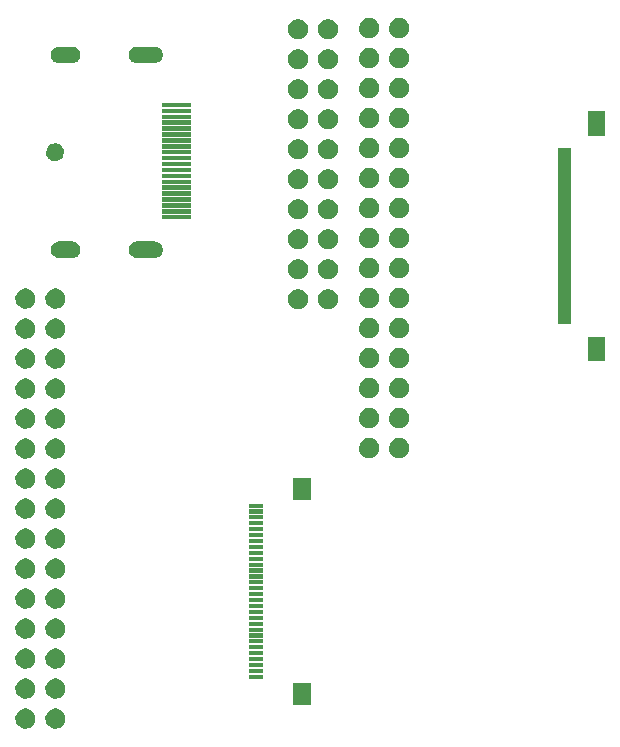
<source format=gbr>
G04 #@! TF.FileFunction,Soldermask,Top*
%FSLAX46Y46*%
G04 Gerber Fmt 4.6, Leading zero omitted, Abs format (unit mm)*
G04 Created by KiCad (PCBNEW 4.0.7) date 08/09/18 14:36:55*
%MOMM*%
%LPD*%
G01*
G04 APERTURE LIST*
%ADD10C,0.100000*%
G04 APERTURE END LIST*
D10*
G36*
X133219384Y-99929565D02*
X133382867Y-99963123D01*
X133536714Y-100027794D01*
X133675076Y-100121120D01*
X133792672Y-100239540D01*
X133885025Y-100378544D01*
X133948623Y-100532841D01*
X133980971Y-100696211D01*
X133980971Y-100696221D01*
X133981037Y-100696555D01*
X133978375Y-100887175D01*
X133978299Y-100887509D01*
X133978299Y-100887520D01*
X133941403Y-101049917D01*
X133873523Y-101202379D01*
X133777323Y-101338752D01*
X133656461Y-101453846D01*
X133515555Y-101543267D01*
X133359958Y-101603621D01*
X133195606Y-101632600D01*
X133028753Y-101629105D01*
X132865749Y-101593267D01*
X132712821Y-101526454D01*
X132575780Y-101431207D01*
X132459846Y-101311154D01*
X132369443Y-101170876D01*
X132308006Y-101015705D01*
X132277878Y-100851552D01*
X132280209Y-100684679D01*
X132314906Y-100521439D01*
X132380653Y-100368042D01*
X132474940Y-100230340D01*
X132594180Y-100113571D01*
X132733826Y-100022189D01*
X132888564Y-99959671D01*
X133052495Y-99928399D01*
X133219384Y-99929565D01*
X133219384Y-99929565D01*
G37*
G36*
X135759384Y-99929565D02*
X135922867Y-99963123D01*
X136076714Y-100027794D01*
X136215076Y-100121120D01*
X136332672Y-100239540D01*
X136425025Y-100378544D01*
X136488623Y-100532841D01*
X136520971Y-100696211D01*
X136520971Y-100696221D01*
X136521037Y-100696555D01*
X136518375Y-100887175D01*
X136518299Y-100887509D01*
X136518299Y-100887520D01*
X136481403Y-101049917D01*
X136413523Y-101202379D01*
X136317323Y-101338752D01*
X136196461Y-101453846D01*
X136055555Y-101543267D01*
X135899958Y-101603621D01*
X135735606Y-101632600D01*
X135568753Y-101629105D01*
X135405749Y-101593267D01*
X135252821Y-101526454D01*
X135115780Y-101431207D01*
X134999846Y-101311154D01*
X134909443Y-101170876D01*
X134848006Y-101015705D01*
X134817878Y-100851552D01*
X134820209Y-100684679D01*
X134854906Y-100521439D01*
X134920653Y-100368042D01*
X135014940Y-100230340D01*
X135134180Y-100113571D01*
X135273826Y-100022189D01*
X135428564Y-99959671D01*
X135592495Y-99928399D01*
X135759384Y-99929565D01*
X135759384Y-99929565D01*
G37*
G36*
X157350000Y-99600000D02*
X155750000Y-99600000D01*
X155750000Y-97750000D01*
X157350000Y-97750000D01*
X157350000Y-99600000D01*
X157350000Y-99600000D01*
G37*
G36*
X133219384Y-97389565D02*
X133382867Y-97423123D01*
X133536714Y-97487794D01*
X133675076Y-97581120D01*
X133792672Y-97699540D01*
X133885025Y-97838544D01*
X133948623Y-97992841D01*
X133980971Y-98156211D01*
X133980971Y-98156221D01*
X133981037Y-98156555D01*
X133978375Y-98347175D01*
X133978299Y-98347509D01*
X133978299Y-98347520D01*
X133941403Y-98509917D01*
X133873523Y-98662379D01*
X133777323Y-98798752D01*
X133656461Y-98913846D01*
X133515555Y-99003267D01*
X133359958Y-99063621D01*
X133195606Y-99092600D01*
X133028753Y-99089105D01*
X132865749Y-99053267D01*
X132712821Y-98986454D01*
X132575780Y-98891207D01*
X132459846Y-98771154D01*
X132369443Y-98630876D01*
X132308006Y-98475705D01*
X132277878Y-98311552D01*
X132280209Y-98144679D01*
X132314906Y-97981439D01*
X132380653Y-97828042D01*
X132474940Y-97690340D01*
X132594180Y-97573571D01*
X132733826Y-97482189D01*
X132888564Y-97419671D01*
X133052495Y-97388399D01*
X133219384Y-97389565D01*
X133219384Y-97389565D01*
G37*
G36*
X135759384Y-97389565D02*
X135922867Y-97423123D01*
X136076714Y-97487794D01*
X136215076Y-97581120D01*
X136332672Y-97699540D01*
X136425025Y-97838544D01*
X136488623Y-97992841D01*
X136520971Y-98156211D01*
X136520971Y-98156221D01*
X136521037Y-98156555D01*
X136518375Y-98347175D01*
X136518299Y-98347509D01*
X136518299Y-98347520D01*
X136481403Y-98509917D01*
X136413523Y-98662379D01*
X136317323Y-98798752D01*
X136196461Y-98913846D01*
X136055555Y-99003267D01*
X135899958Y-99063621D01*
X135735606Y-99092600D01*
X135568753Y-99089105D01*
X135405749Y-99053267D01*
X135252821Y-98986454D01*
X135115780Y-98891207D01*
X134999846Y-98771154D01*
X134909443Y-98630876D01*
X134848006Y-98475705D01*
X134817878Y-98311552D01*
X134820209Y-98144679D01*
X134854906Y-97981439D01*
X134920653Y-97828042D01*
X135014940Y-97690340D01*
X135134180Y-97573571D01*
X135273826Y-97482189D01*
X135428564Y-97419671D01*
X135592495Y-97388399D01*
X135759384Y-97389565D01*
X135759384Y-97389565D01*
G37*
G36*
X153250000Y-97425000D02*
X152050000Y-97425000D01*
X152050000Y-97075000D01*
X153250000Y-97075000D01*
X153250000Y-97425000D01*
X153250000Y-97425000D01*
G37*
G36*
X153250000Y-96925000D02*
X152050000Y-96925000D01*
X152050000Y-96575000D01*
X153250000Y-96575000D01*
X153250000Y-96925000D01*
X153250000Y-96925000D01*
G37*
G36*
X133219384Y-94849565D02*
X133382867Y-94883123D01*
X133536714Y-94947794D01*
X133675076Y-95041120D01*
X133792672Y-95159540D01*
X133885025Y-95298544D01*
X133948623Y-95452841D01*
X133980971Y-95616211D01*
X133980971Y-95616221D01*
X133981037Y-95616555D01*
X133978375Y-95807175D01*
X133978299Y-95807509D01*
X133978299Y-95807520D01*
X133941403Y-95969917D01*
X133873523Y-96122379D01*
X133777323Y-96258752D01*
X133656461Y-96373846D01*
X133515555Y-96463267D01*
X133359958Y-96523621D01*
X133195606Y-96552600D01*
X133028753Y-96549105D01*
X132865749Y-96513267D01*
X132712821Y-96446454D01*
X132575780Y-96351207D01*
X132459846Y-96231154D01*
X132369443Y-96090876D01*
X132308006Y-95935705D01*
X132277878Y-95771552D01*
X132280209Y-95604679D01*
X132314906Y-95441439D01*
X132380653Y-95288042D01*
X132474940Y-95150340D01*
X132594180Y-95033571D01*
X132733826Y-94942189D01*
X132888564Y-94879671D01*
X133052495Y-94848399D01*
X133219384Y-94849565D01*
X133219384Y-94849565D01*
G37*
G36*
X135759384Y-94849565D02*
X135922867Y-94883123D01*
X136076714Y-94947794D01*
X136215076Y-95041120D01*
X136332672Y-95159540D01*
X136425025Y-95298544D01*
X136488623Y-95452841D01*
X136520971Y-95616211D01*
X136520971Y-95616221D01*
X136521037Y-95616555D01*
X136518375Y-95807175D01*
X136518299Y-95807509D01*
X136518299Y-95807520D01*
X136481403Y-95969917D01*
X136413523Y-96122379D01*
X136317323Y-96258752D01*
X136196461Y-96373846D01*
X136055555Y-96463267D01*
X135899958Y-96523621D01*
X135735606Y-96552600D01*
X135568753Y-96549105D01*
X135405749Y-96513267D01*
X135252821Y-96446454D01*
X135115780Y-96351207D01*
X134999846Y-96231154D01*
X134909443Y-96090876D01*
X134848006Y-95935705D01*
X134817878Y-95771552D01*
X134820209Y-95604679D01*
X134854906Y-95441439D01*
X134920653Y-95288042D01*
X135014940Y-95150340D01*
X135134180Y-95033571D01*
X135273826Y-94942189D01*
X135428564Y-94879671D01*
X135592495Y-94848399D01*
X135759384Y-94849565D01*
X135759384Y-94849565D01*
G37*
G36*
X153250000Y-96425000D02*
X152050000Y-96425000D01*
X152050000Y-96075000D01*
X153250000Y-96075000D01*
X153250000Y-96425000D01*
X153250000Y-96425000D01*
G37*
G36*
X153250000Y-95925000D02*
X152050000Y-95925000D01*
X152050000Y-95575000D01*
X153250000Y-95575000D01*
X153250000Y-95925000D01*
X153250000Y-95925000D01*
G37*
G36*
X153250000Y-95425000D02*
X152050000Y-95425000D01*
X152050000Y-95075000D01*
X153250000Y-95075000D01*
X153250000Y-95425000D01*
X153250000Y-95425000D01*
G37*
G36*
X153250000Y-94925000D02*
X152050000Y-94925000D01*
X152050000Y-94575000D01*
X153250000Y-94575000D01*
X153250000Y-94925000D01*
X153250000Y-94925000D01*
G37*
G36*
X153250000Y-94425000D02*
X152050000Y-94425000D01*
X152050000Y-94075000D01*
X153250000Y-94075000D01*
X153250000Y-94425000D01*
X153250000Y-94425000D01*
G37*
G36*
X133219384Y-92309565D02*
X133382867Y-92343123D01*
X133536714Y-92407794D01*
X133675076Y-92501120D01*
X133792672Y-92619540D01*
X133885025Y-92758544D01*
X133948623Y-92912841D01*
X133980971Y-93076211D01*
X133980971Y-93076221D01*
X133981037Y-93076555D01*
X133978375Y-93267175D01*
X133978299Y-93267509D01*
X133978299Y-93267520D01*
X133941403Y-93429917D01*
X133873523Y-93582379D01*
X133777323Y-93718752D01*
X133656461Y-93833846D01*
X133515555Y-93923267D01*
X133359958Y-93983621D01*
X133195606Y-94012600D01*
X133028753Y-94009105D01*
X132865749Y-93973267D01*
X132712821Y-93906454D01*
X132575780Y-93811207D01*
X132459846Y-93691154D01*
X132369443Y-93550876D01*
X132308006Y-93395705D01*
X132277878Y-93231552D01*
X132280209Y-93064679D01*
X132314906Y-92901439D01*
X132380653Y-92748042D01*
X132474940Y-92610340D01*
X132594180Y-92493571D01*
X132733826Y-92402189D01*
X132888564Y-92339671D01*
X133052495Y-92308399D01*
X133219384Y-92309565D01*
X133219384Y-92309565D01*
G37*
G36*
X135759384Y-92309565D02*
X135922867Y-92343123D01*
X136076714Y-92407794D01*
X136215076Y-92501120D01*
X136332672Y-92619540D01*
X136425025Y-92758544D01*
X136488623Y-92912841D01*
X136520971Y-93076211D01*
X136520971Y-93076221D01*
X136521037Y-93076555D01*
X136518375Y-93267175D01*
X136518299Y-93267509D01*
X136518299Y-93267520D01*
X136481403Y-93429917D01*
X136413523Y-93582379D01*
X136317323Y-93718752D01*
X136196461Y-93833846D01*
X136055555Y-93923267D01*
X135899958Y-93983621D01*
X135735606Y-94012600D01*
X135568753Y-94009105D01*
X135405749Y-93973267D01*
X135252821Y-93906454D01*
X135115780Y-93811207D01*
X134999846Y-93691154D01*
X134909443Y-93550876D01*
X134848006Y-93395705D01*
X134817878Y-93231552D01*
X134820209Y-93064679D01*
X134854906Y-92901439D01*
X134920653Y-92748042D01*
X135014940Y-92610340D01*
X135134180Y-92493571D01*
X135273826Y-92402189D01*
X135428564Y-92339671D01*
X135592495Y-92308399D01*
X135759384Y-92309565D01*
X135759384Y-92309565D01*
G37*
G36*
X153250000Y-93925000D02*
X152050000Y-93925000D01*
X152050000Y-93575000D01*
X153250000Y-93575000D01*
X153250000Y-93925000D01*
X153250000Y-93925000D01*
G37*
G36*
X153250000Y-93425000D02*
X152050000Y-93425000D01*
X152050000Y-93075000D01*
X153250000Y-93075000D01*
X153250000Y-93425000D01*
X153250000Y-93425000D01*
G37*
G36*
X153250000Y-92925000D02*
X152050000Y-92925000D01*
X152050000Y-92575000D01*
X153250000Y-92575000D01*
X153250000Y-92925000D01*
X153250000Y-92925000D01*
G37*
G36*
X153250000Y-92425000D02*
X152050000Y-92425000D01*
X152050000Y-92075000D01*
X153250000Y-92075000D01*
X153250000Y-92425000D01*
X153250000Y-92425000D01*
G37*
G36*
X153250000Y-91925000D02*
X152050000Y-91925000D01*
X152050000Y-91575000D01*
X153250000Y-91575000D01*
X153250000Y-91925000D01*
X153250000Y-91925000D01*
G37*
G36*
X133219384Y-89769565D02*
X133382867Y-89803123D01*
X133536714Y-89867794D01*
X133675076Y-89961120D01*
X133792672Y-90079540D01*
X133885025Y-90218544D01*
X133948623Y-90372841D01*
X133980971Y-90536211D01*
X133980971Y-90536221D01*
X133981037Y-90536555D01*
X133978375Y-90727175D01*
X133978299Y-90727509D01*
X133978299Y-90727520D01*
X133941403Y-90889917D01*
X133873523Y-91042379D01*
X133777323Y-91178752D01*
X133656461Y-91293846D01*
X133515555Y-91383267D01*
X133359958Y-91443621D01*
X133195606Y-91472600D01*
X133028753Y-91469105D01*
X132865749Y-91433267D01*
X132712821Y-91366454D01*
X132575780Y-91271207D01*
X132459846Y-91151154D01*
X132369443Y-91010876D01*
X132308006Y-90855705D01*
X132277878Y-90691552D01*
X132280209Y-90524679D01*
X132314906Y-90361439D01*
X132380653Y-90208042D01*
X132474940Y-90070340D01*
X132594180Y-89953571D01*
X132733826Y-89862189D01*
X132888564Y-89799671D01*
X133052495Y-89768399D01*
X133219384Y-89769565D01*
X133219384Y-89769565D01*
G37*
G36*
X135759384Y-89769565D02*
X135922867Y-89803123D01*
X136076714Y-89867794D01*
X136215076Y-89961120D01*
X136332672Y-90079540D01*
X136425025Y-90218544D01*
X136488623Y-90372841D01*
X136520971Y-90536211D01*
X136520971Y-90536221D01*
X136521037Y-90536555D01*
X136518375Y-90727175D01*
X136518299Y-90727509D01*
X136518299Y-90727520D01*
X136481403Y-90889917D01*
X136413523Y-91042379D01*
X136317323Y-91178752D01*
X136196461Y-91293846D01*
X136055555Y-91383267D01*
X135899958Y-91443621D01*
X135735606Y-91472600D01*
X135568753Y-91469105D01*
X135405749Y-91433267D01*
X135252821Y-91366454D01*
X135115780Y-91271207D01*
X134999846Y-91151154D01*
X134909443Y-91010876D01*
X134848006Y-90855705D01*
X134817878Y-90691552D01*
X134820209Y-90524679D01*
X134854906Y-90361439D01*
X134920653Y-90208042D01*
X135014940Y-90070340D01*
X135134180Y-89953571D01*
X135273826Y-89862189D01*
X135428564Y-89799671D01*
X135592495Y-89768399D01*
X135759384Y-89769565D01*
X135759384Y-89769565D01*
G37*
G36*
X153250000Y-91425000D02*
X152050000Y-91425000D01*
X152050000Y-91075000D01*
X153250000Y-91075000D01*
X153250000Y-91425000D01*
X153250000Y-91425000D01*
G37*
G36*
X153250000Y-90925000D02*
X152050000Y-90925000D01*
X152050000Y-90575000D01*
X153250000Y-90575000D01*
X153250000Y-90925000D01*
X153250000Y-90925000D01*
G37*
G36*
X153250000Y-90425000D02*
X152050000Y-90425000D01*
X152050000Y-90075000D01*
X153250000Y-90075000D01*
X153250000Y-90425000D01*
X153250000Y-90425000D01*
G37*
G36*
X153250000Y-89925000D02*
X152050000Y-89925000D01*
X152050000Y-89575000D01*
X153250000Y-89575000D01*
X153250000Y-89925000D01*
X153250000Y-89925000D01*
G37*
G36*
X153250000Y-89425000D02*
X152050000Y-89425000D01*
X152050000Y-89075000D01*
X153250000Y-89075000D01*
X153250000Y-89425000D01*
X153250000Y-89425000D01*
G37*
G36*
X133219384Y-87229565D02*
X133382867Y-87263123D01*
X133536714Y-87327794D01*
X133675076Y-87421120D01*
X133792672Y-87539540D01*
X133885025Y-87678544D01*
X133948623Y-87832841D01*
X133980971Y-87996211D01*
X133980971Y-87996221D01*
X133981037Y-87996555D01*
X133978375Y-88187175D01*
X133978299Y-88187509D01*
X133978299Y-88187520D01*
X133941403Y-88349917D01*
X133873523Y-88502379D01*
X133777323Y-88638752D01*
X133656461Y-88753846D01*
X133515555Y-88843267D01*
X133359958Y-88903621D01*
X133195606Y-88932600D01*
X133028753Y-88929105D01*
X132865749Y-88893267D01*
X132712821Y-88826454D01*
X132575780Y-88731207D01*
X132459846Y-88611154D01*
X132369443Y-88470876D01*
X132308006Y-88315705D01*
X132277878Y-88151552D01*
X132280209Y-87984679D01*
X132314906Y-87821439D01*
X132380653Y-87668042D01*
X132474940Y-87530340D01*
X132594180Y-87413571D01*
X132733826Y-87322189D01*
X132888564Y-87259671D01*
X133052495Y-87228399D01*
X133219384Y-87229565D01*
X133219384Y-87229565D01*
G37*
G36*
X135759384Y-87229565D02*
X135922867Y-87263123D01*
X136076714Y-87327794D01*
X136215076Y-87421120D01*
X136332672Y-87539540D01*
X136425025Y-87678544D01*
X136488623Y-87832841D01*
X136520971Y-87996211D01*
X136520971Y-87996221D01*
X136521037Y-87996555D01*
X136518375Y-88187175D01*
X136518299Y-88187509D01*
X136518299Y-88187520D01*
X136481403Y-88349917D01*
X136413523Y-88502379D01*
X136317323Y-88638752D01*
X136196461Y-88753846D01*
X136055555Y-88843267D01*
X135899958Y-88903621D01*
X135735606Y-88932600D01*
X135568753Y-88929105D01*
X135405749Y-88893267D01*
X135252821Y-88826454D01*
X135115780Y-88731207D01*
X134999846Y-88611154D01*
X134909443Y-88470876D01*
X134848006Y-88315705D01*
X134817878Y-88151552D01*
X134820209Y-87984679D01*
X134854906Y-87821439D01*
X134920653Y-87668042D01*
X135014940Y-87530340D01*
X135134180Y-87413571D01*
X135273826Y-87322189D01*
X135428564Y-87259671D01*
X135592495Y-87228399D01*
X135759384Y-87229565D01*
X135759384Y-87229565D01*
G37*
G36*
X153250000Y-88925000D02*
X152050000Y-88925000D01*
X152050000Y-88575000D01*
X153250000Y-88575000D01*
X153250000Y-88925000D01*
X153250000Y-88925000D01*
G37*
G36*
X153250000Y-88425000D02*
X152050000Y-88425000D01*
X152050000Y-88075000D01*
X153250000Y-88075000D01*
X153250000Y-88425000D01*
X153250000Y-88425000D01*
G37*
G36*
X153250000Y-87925000D02*
X152050000Y-87925000D01*
X152050000Y-87575000D01*
X153250000Y-87575000D01*
X153250000Y-87925000D01*
X153250000Y-87925000D01*
G37*
G36*
X153250000Y-87425000D02*
X152050000Y-87425000D01*
X152050000Y-87075000D01*
X153250000Y-87075000D01*
X153250000Y-87425000D01*
X153250000Y-87425000D01*
G37*
G36*
X153250000Y-86925000D02*
X152050000Y-86925000D01*
X152050000Y-86575000D01*
X153250000Y-86575000D01*
X153250000Y-86925000D01*
X153250000Y-86925000D01*
G37*
G36*
X153250000Y-86425000D02*
X152050000Y-86425000D01*
X152050000Y-86075000D01*
X153250000Y-86075000D01*
X153250000Y-86425000D01*
X153250000Y-86425000D01*
G37*
G36*
X133219384Y-84689565D02*
X133382867Y-84723123D01*
X133536714Y-84787794D01*
X133675076Y-84881120D01*
X133792672Y-84999540D01*
X133885025Y-85138544D01*
X133948623Y-85292841D01*
X133980971Y-85456211D01*
X133980971Y-85456221D01*
X133981037Y-85456555D01*
X133978375Y-85647175D01*
X133978299Y-85647509D01*
X133978299Y-85647520D01*
X133941403Y-85809917D01*
X133873523Y-85962379D01*
X133777323Y-86098752D01*
X133656461Y-86213846D01*
X133515555Y-86303267D01*
X133359958Y-86363621D01*
X133195606Y-86392600D01*
X133028753Y-86389105D01*
X132865749Y-86353267D01*
X132712821Y-86286454D01*
X132575780Y-86191207D01*
X132459846Y-86071154D01*
X132369443Y-85930876D01*
X132308006Y-85775705D01*
X132277878Y-85611552D01*
X132280209Y-85444679D01*
X132314906Y-85281439D01*
X132380653Y-85128042D01*
X132474940Y-84990340D01*
X132594180Y-84873571D01*
X132733826Y-84782189D01*
X132888564Y-84719671D01*
X133052495Y-84688399D01*
X133219384Y-84689565D01*
X133219384Y-84689565D01*
G37*
G36*
X135759384Y-84689565D02*
X135922867Y-84723123D01*
X136076714Y-84787794D01*
X136215076Y-84881120D01*
X136332672Y-84999540D01*
X136425025Y-85138544D01*
X136488623Y-85292841D01*
X136520971Y-85456211D01*
X136520971Y-85456221D01*
X136521037Y-85456555D01*
X136518375Y-85647175D01*
X136518299Y-85647509D01*
X136518299Y-85647520D01*
X136481403Y-85809917D01*
X136413523Y-85962379D01*
X136317323Y-86098752D01*
X136196461Y-86213846D01*
X136055555Y-86303267D01*
X135899958Y-86363621D01*
X135735606Y-86392600D01*
X135568753Y-86389105D01*
X135405749Y-86353267D01*
X135252821Y-86286454D01*
X135115780Y-86191207D01*
X134999846Y-86071154D01*
X134909443Y-85930876D01*
X134848006Y-85775705D01*
X134817878Y-85611552D01*
X134820209Y-85444679D01*
X134854906Y-85281439D01*
X134920653Y-85128042D01*
X135014940Y-84990340D01*
X135134180Y-84873571D01*
X135273826Y-84782189D01*
X135428564Y-84719671D01*
X135592495Y-84688399D01*
X135759384Y-84689565D01*
X135759384Y-84689565D01*
G37*
G36*
X153250000Y-85925000D02*
X152050000Y-85925000D01*
X152050000Y-85575000D01*
X153250000Y-85575000D01*
X153250000Y-85925000D01*
X153250000Y-85925000D01*
G37*
G36*
X153250000Y-85425000D02*
X152050000Y-85425000D01*
X152050000Y-85075000D01*
X153250000Y-85075000D01*
X153250000Y-85425000D01*
X153250000Y-85425000D01*
G37*
G36*
X153250000Y-84925000D02*
X152050000Y-84925000D01*
X152050000Y-84575000D01*
X153250000Y-84575000D01*
X153250000Y-84925000D01*
X153250000Y-84925000D01*
G37*
G36*
X153250000Y-84425000D02*
X152050000Y-84425000D01*
X152050000Y-84075000D01*
X153250000Y-84075000D01*
X153250000Y-84425000D01*
X153250000Y-84425000D01*
G37*
G36*
X153250000Y-83925000D02*
X152050000Y-83925000D01*
X152050000Y-83575000D01*
X153250000Y-83575000D01*
X153250000Y-83925000D01*
X153250000Y-83925000D01*
G37*
G36*
X133219384Y-82149565D02*
X133382867Y-82183123D01*
X133536714Y-82247794D01*
X133675076Y-82341120D01*
X133792672Y-82459540D01*
X133885025Y-82598544D01*
X133948623Y-82752841D01*
X133980971Y-82916211D01*
X133980971Y-82916221D01*
X133981037Y-82916555D01*
X133978375Y-83107175D01*
X133978299Y-83107509D01*
X133978299Y-83107520D01*
X133941403Y-83269917D01*
X133873523Y-83422379D01*
X133777323Y-83558752D01*
X133656461Y-83673846D01*
X133515555Y-83763267D01*
X133359958Y-83823621D01*
X133195606Y-83852600D01*
X133028753Y-83849105D01*
X132865749Y-83813267D01*
X132712821Y-83746454D01*
X132575780Y-83651207D01*
X132459846Y-83531154D01*
X132369443Y-83390876D01*
X132308006Y-83235705D01*
X132277878Y-83071552D01*
X132280209Y-82904679D01*
X132314906Y-82741439D01*
X132380653Y-82588042D01*
X132474940Y-82450340D01*
X132594180Y-82333571D01*
X132733826Y-82242189D01*
X132888564Y-82179671D01*
X133052495Y-82148399D01*
X133219384Y-82149565D01*
X133219384Y-82149565D01*
G37*
G36*
X135759384Y-82149565D02*
X135922867Y-82183123D01*
X136076714Y-82247794D01*
X136215076Y-82341120D01*
X136332672Y-82459540D01*
X136425025Y-82598544D01*
X136488623Y-82752841D01*
X136520971Y-82916211D01*
X136520971Y-82916221D01*
X136521037Y-82916555D01*
X136518375Y-83107175D01*
X136518299Y-83107509D01*
X136518299Y-83107520D01*
X136481403Y-83269917D01*
X136413523Y-83422379D01*
X136317323Y-83558752D01*
X136196461Y-83673846D01*
X136055555Y-83763267D01*
X135899958Y-83823621D01*
X135735606Y-83852600D01*
X135568753Y-83849105D01*
X135405749Y-83813267D01*
X135252821Y-83746454D01*
X135115780Y-83651207D01*
X134999846Y-83531154D01*
X134909443Y-83390876D01*
X134848006Y-83235705D01*
X134817878Y-83071552D01*
X134820209Y-82904679D01*
X134854906Y-82741439D01*
X134920653Y-82588042D01*
X135014940Y-82450340D01*
X135134180Y-82333571D01*
X135273826Y-82242189D01*
X135428564Y-82179671D01*
X135592495Y-82148399D01*
X135759384Y-82149565D01*
X135759384Y-82149565D01*
G37*
G36*
X153250000Y-83425000D02*
X152050000Y-83425000D01*
X152050000Y-83075000D01*
X153250000Y-83075000D01*
X153250000Y-83425000D01*
X153250000Y-83425000D01*
G37*
G36*
X153250000Y-82925000D02*
X152050000Y-82925000D01*
X152050000Y-82575000D01*
X153250000Y-82575000D01*
X153250000Y-82925000D01*
X153250000Y-82925000D01*
G37*
G36*
X157350000Y-82250000D02*
X155750000Y-82250000D01*
X155750000Y-80400000D01*
X157350000Y-80400000D01*
X157350000Y-82250000D01*
X157350000Y-82250000D01*
G37*
G36*
X133219384Y-79609565D02*
X133382867Y-79643123D01*
X133536714Y-79707794D01*
X133675076Y-79801120D01*
X133792672Y-79919540D01*
X133885025Y-80058544D01*
X133948623Y-80212841D01*
X133980971Y-80376211D01*
X133980971Y-80376221D01*
X133981037Y-80376555D01*
X133978375Y-80567175D01*
X133978299Y-80567509D01*
X133978299Y-80567520D01*
X133941403Y-80729917D01*
X133873523Y-80882379D01*
X133777323Y-81018752D01*
X133656461Y-81133846D01*
X133515555Y-81223267D01*
X133359958Y-81283621D01*
X133195606Y-81312600D01*
X133028753Y-81309105D01*
X132865749Y-81273267D01*
X132712821Y-81206454D01*
X132575780Y-81111207D01*
X132459846Y-80991154D01*
X132369443Y-80850876D01*
X132308006Y-80695705D01*
X132277878Y-80531552D01*
X132280209Y-80364679D01*
X132314906Y-80201439D01*
X132380653Y-80048042D01*
X132474940Y-79910340D01*
X132594180Y-79793571D01*
X132733826Y-79702189D01*
X132888564Y-79639671D01*
X133052495Y-79608399D01*
X133219384Y-79609565D01*
X133219384Y-79609565D01*
G37*
G36*
X135759384Y-79609565D02*
X135922867Y-79643123D01*
X136076714Y-79707794D01*
X136215076Y-79801120D01*
X136332672Y-79919540D01*
X136425025Y-80058544D01*
X136488623Y-80212841D01*
X136520971Y-80376211D01*
X136520971Y-80376221D01*
X136521037Y-80376555D01*
X136518375Y-80567175D01*
X136518299Y-80567509D01*
X136518299Y-80567520D01*
X136481403Y-80729917D01*
X136413523Y-80882379D01*
X136317323Y-81018752D01*
X136196461Y-81133846D01*
X136055555Y-81223267D01*
X135899958Y-81283621D01*
X135735606Y-81312600D01*
X135568753Y-81309105D01*
X135405749Y-81273267D01*
X135252821Y-81206454D01*
X135115780Y-81111207D01*
X134999846Y-80991154D01*
X134909443Y-80850876D01*
X134848006Y-80695705D01*
X134817878Y-80531552D01*
X134820209Y-80364679D01*
X134854906Y-80201439D01*
X134920653Y-80048042D01*
X135014940Y-79910340D01*
X135134180Y-79793571D01*
X135273826Y-79702189D01*
X135428564Y-79639671D01*
X135592495Y-79608399D01*
X135759384Y-79609565D01*
X135759384Y-79609565D01*
G37*
G36*
X133219384Y-77069565D02*
X133382867Y-77103123D01*
X133536714Y-77167794D01*
X133675076Y-77261120D01*
X133792672Y-77379540D01*
X133885025Y-77518544D01*
X133948623Y-77672841D01*
X133980971Y-77836211D01*
X133980971Y-77836221D01*
X133981037Y-77836555D01*
X133978375Y-78027175D01*
X133978299Y-78027509D01*
X133978299Y-78027520D01*
X133941403Y-78189917D01*
X133873523Y-78342379D01*
X133777323Y-78478752D01*
X133656461Y-78593846D01*
X133515555Y-78683267D01*
X133359958Y-78743621D01*
X133195606Y-78772600D01*
X133028753Y-78769105D01*
X132865749Y-78733267D01*
X132712821Y-78666454D01*
X132575780Y-78571207D01*
X132459846Y-78451154D01*
X132369443Y-78310876D01*
X132308006Y-78155705D01*
X132277878Y-77991552D01*
X132280209Y-77824679D01*
X132314906Y-77661439D01*
X132380653Y-77508042D01*
X132474940Y-77370340D01*
X132594180Y-77253571D01*
X132733826Y-77162189D01*
X132888564Y-77099671D01*
X133052495Y-77068399D01*
X133219384Y-77069565D01*
X133219384Y-77069565D01*
G37*
G36*
X135759384Y-77069565D02*
X135922867Y-77103123D01*
X136076714Y-77167794D01*
X136215076Y-77261120D01*
X136332672Y-77379540D01*
X136425025Y-77518544D01*
X136488623Y-77672841D01*
X136520971Y-77836211D01*
X136520971Y-77836221D01*
X136521037Y-77836555D01*
X136518375Y-78027175D01*
X136518299Y-78027509D01*
X136518299Y-78027520D01*
X136481403Y-78189917D01*
X136413523Y-78342379D01*
X136317323Y-78478752D01*
X136196461Y-78593846D01*
X136055555Y-78683267D01*
X135899958Y-78743621D01*
X135735606Y-78772600D01*
X135568753Y-78769105D01*
X135405749Y-78733267D01*
X135252821Y-78666454D01*
X135115780Y-78571207D01*
X134999846Y-78451154D01*
X134909443Y-78310876D01*
X134848006Y-78155705D01*
X134817878Y-77991552D01*
X134820209Y-77824679D01*
X134854906Y-77661439D01*
X134920653Y-77508042D01*
X135014940Y-77370340D01*
X135134180Y-77253571D01*
X135273826Y-77162189D01*
X135428564Y-77099671D01*
X135592495Y-77068399D01*
X135759384Y-77069565D01*
X135759384Y-77069565D01*
G37*
G36*
X164859384Y-77029565D02*
X165022867Y-77063123D01*
X165176714Y-77127794D01*
X165315076Y-77221120D01*
X165432672Y-77339540D01*
X165525025Y-77478544D01*
X165588623Y-77632841D01*
X165620971Y-77796211D01*
X165620971Y-77796221D01*
X165621037Y-77796555D01*
X165618375Y-77987175D01*
X165618299Y-77987509D01*
X165618299Y-77987520D01*
X165581403Y-78149917D01*
X165513523Y-78302379D01*
X165417323Y-78438752D01*
X165296461Y-78553846D01*
X165155555Y-78643267D01*
X164999958Y-78703621D01*
X164835606Y-78732600D01*
X164668753Y-78729105D01*
X164505749Y-78693267D01*
X164352821Y-78626454D01*
X164215780Y-78531207D01*
X164099846Y-78411154D01*
X164009443Y-78270876D01*
X163948006Y-78115705D01*
X163917878Y-77951552D01*
X163920209Y-77784679D01*
X163954906Y-77621439D01*
X164020653Y-77468042D01*
X164114940Y-77330340D01*
X164234180Y-77213571D01*
X164373826Y-77122189D01*
X164528564Y-77059671D01*
X164692495Y-77028399D01*
X164859384Y-77029565D01*
X164859384Y-77029565D01*
G37*
G36*
X162319384Y-77029565D02*
X162482867Y-77063123D01*
X162636714Y-77127794D01*
X162775076Y-77221120D01*
X162892672Y-77339540D01*
X162985025Y-77478544D01*
X163048623Y-77632841D01*
X163080971Y-77796211D01*
X163080971Y-77796221D01*
X163081037Y-77796555D01*
X163078375Y-77987175D01*
X163078299Y-77987509D01*
X163078299Y-77987520D01*
X163041403Y-78149917D01*
X162973523Y-78302379D01*
X162877323Y-78438752D01*
X162756461Y-78553846D01*
X162615555Y-78643267D01*
X162459958Y-78703621D01*
X162295606Y-78732600D01*
X162128753Y-78729105D01*
X161965749Y-78693267D01*
X161812821Y-78626454D01*
X161675780Y-78531207D01*
X161559846Y-78411154D01*
X161469443Y-78270876D01*
X161408006Y-78115705D01*
X161377878Y-77951552D01*
X161380209Y-77784679D01*
X161414906Y-77621439D01*
X161480653Y-77468042D01*
X161574940Y-77330340D01*
X161694180Y-77213571D01*
X161833826Y-77122189D01*
X161988564Y-77059671D01*
X162152495Y-77028399D01*
X162319384Y-77029565D01*
X162319384Y-77029565D01*
G37*
G36*
X133219384Y-74529565D02*
X133382867Y-74563123D01*
X133536714Y-74627794D01*
X133675076Y-74721120D01*
X133792672Y-74839540D01*
X133885025Y-74978544D01*
X133948623Y-75132841D01*
X133980971Y-75296211D01*
X133980971Y-75296221D01*
X133981037Y-75296555D01*
X133978375Y-75487175D01*
X133978299Y-75487509D01*
X133978299Y-75487520D01*
X133941403Y-75649917D01*
X133873523Y-75802379D01*
X133777323Y-75938752D01*
X133656461Y-76053846D01*
X133515555Y-76143267D01*
X133359958Y-76203621D01*
X133195606Y-76232600D01*
X133028753Y-76229105D01*
X132865749Y-76193267D01*
X132712821Y-76126454D01*
X132575780Y-76031207D01*
X132459846Y-75911154D01*
X132369443Y-75770876D01*
X132308006Y-75615705D01*
X132277878Y-75451552D01*
X132280209Y-75284679D01*
X132314906Y-75121439D01*
X132380653Y-74968042D01*
X132474940Y-74830340D01*
X132594180Y-74713571D01*
X132733826Y-74622189D01*
X132888564Y-74559671D01*
X133052495Y-74528399D01*
X133219384Y-74529565D01*
X133219384Y-74529565D01*
G37*
G36*
X135759384Y-74529565D02*
X135922867Y-74563123D01*
X136076714Y-74627794D01*
X136215076Y-74721120D01*
X136332672Y-74839540D01*
X136425025Y-74978544D01*
X136488623Y-75132841D01*
X136520971Y-75296211D01*
X136520971Y-75296221D01*
X136521037Y-75296555D01*
X136518375Y-75487175D01*
X136518299Y-75487509D01*
X136518299Y-75487520D01*
X136481403Y-75649917D01*
X136413523Y-75802379D01*
X136317323Y-75938752D01*
X136196461Y-76053846D01*
X136055555Y-76143267D01*
X135899958Y-76203621D01*
X135735606Y-76232600D01*
X135568753Y-76229105D01*
X135405749Y-76193267D01*
X135252821Y-76126454D01*
X135115780Y-76031207D01*
X134999846Y-75911154D01*
X134909443Y-75770876D01*
X134848006Y-75615705D01*
X134817878Y-75451552D01*
X134820209Y-75284679D01*
X134854906Y-75121439D01*
X134920653Y-74968042D01*
X135014940Y-74830340D01*
X135134180Y-74713571D01*
X135273826Y-74622189D01*
X135428564Y-74559671D01*
X135592495Y-74528399D01*
X135759384Y-74529565D01*
X135759384Y-74529565D01*
G37*
G36*
X164859384Y-74489565D02*
X165022867Y-74523123D01*
X165176714Y-74587794D01*
X165315076Y-74681120D01*
X165432672Y-74799540D01*
X165525025Y-74938544D01*
X165588623Y-75092841D01*
X165620971Y-75256211D01*
X165620971Y-75256221D01*
X165621037Y-75256555D01*
X165618375Y-75447175D01*
X165618299Y-75447509D01*
X165618299Y-75447520D01*
X165581403Y-75609917D01*
X165513523Y-75762379D01*
X165417323Y-75898752D01*
X165296461Y-76013846D01*
X165155555Y-76103267D01*
X164999958Y-76163621D01*
X164835606Y-76192600D01*
X164668753Y-76189105D01*
X164505749Y-76153267D01*
X164352821Y-76086454D01*
X164215780Y-75991207D01*
X164099846Y-75871154D01*
X164009443Y-75730876D01*
X163948006Y-75575705D01*
X163917878Y-75411552D01*
X163920209Y-75244679D01*
X163954906Y-75081439D01*
X164020653Y-74928042D01*
X164114940Y-74790340D01*
X164234180Y-74673571D01*
X164373826Y-74582189D01*
X164528564Y-74519671D01*
X164692495Y-74488399D01*
X164859384Y-74489565D01*
X164859384Y-74489565D01*
G37*
G36*
X162319384Y-74489565D02*
X162482867Y-74523123D01*
X162636714Y-74587794D01*
X162775076Y-74681120D01*
X162892672Y-74799540D01*
X162985025Y-74938544D01*
X163048623Y-75092841D01*
X163080971Y-75256211D01*
X163080971Y-75256221D01*
X163081037Y-75256555D01*
X163078375Y-75447175D01*
X163078299Y-75447509D01*
X163078299Y-75447520D01*
X163041403Y-75609917D01*
X162973523Y-75762379D01*
X162877323Y-75898752D01*
X162756461Y-76013846D01*
X162615555Y-76103267D01*
X162459958Y-76163621D01*
X162295606Y-76192600D01*
X162128753Y-76189105D01*
X161965749Y-76153267D01*
X161812821Y-76086454D01*
X161675780Y-75991207D01*
X161559846Y-75871154D01*
X161469443Y-75730876D01*
X161408006Y-75575705D01*
X161377878Y-75411552D01*
X161380209Y-75244679D01*
X161414906Y-75081439D01*
X161480653Y-74928042D01*
X161574940Y-74790340D01*
X161694180Y-74673571D01*
X161833826Y-74582189D01*
X161988564Y-74519671D01*
X162152495Y-74488399D01*
X162319384Y-74489565D01*
X162319384Y-74489565D01*
G37*
G36*
X133219384Y-71989565D02*
X133382867Y-72023123D01*
X133536714Y-72087794D01*
X133675076Y-72181120D01*
X133792672Y-72299540D01*
X133885025Y-72438544D01*
X133948623Y-72592841D01*
X133980971Y-72756211D01*
X133980971Y-72756221D01*
X133981037Y-72756555D01*
X133978375Y-72947175D01*
X133978299Y-72947509D01*
X133978299Y-72947520D01*
X133941403Y-73109917D01*
X133873523Y-73262379D01*
X133777323Y-73398752D01*
X133656461Y-73513846D01*
X133515555Y-73603267D01*
X133359958Y-73663621D01*
X133195606Y-73692600D01*
X133028753Y-73689105D01*
X132865749Y-73653267D01*
X132712821Y-73586454D01*
X132575780Y-73491207D01*
X132459846Y-73371154D01*
X132369443Y-73230876D01*
X132308006Y-73075705D01*
X132277878Y-72911552D01*
X132280209Y-72744679D01*
X132314906Y-72581439D01*
X132380653Y-72428042D01*
X132474940Y-72290340D01*
X132594180Y-72173571D01*
X132733826Y-72082189D01*
X132888564Y-72019671D01*
X133052495Y-71988399D01*
X133219384Y-71989565D01*
X133219384Y-71989565D01*
G37*
G36*
X135759384Y-71989565D02*
X135922867Y-72023123D01*
X136076714Y-72087794D01*
X136215076Y-72181120D01*
X136332672Y-72299540D01*
X136425025Y-72438544D01*
X136488623Y-72592841D01*
X136520971Y-72756211D01*
X136520971Y-72756221D01*
X136521037Y-72756555D01*
X136518375Y-72947175D01*
X136518299Y-72947509D01*
X136518299Y-72947520D01*
X136481403Y-73109917D01*
X136413523Y-73262379D01*
X136317323Y-73398752D01*
X136196461Y-73513846D01*
X136055555Y-73603267D01*
X135899958Y-73663621D01*
X135735606Y-73692600D01*
X135568753Y-73689105D01*
X135405749Y-73653267D01*
X135252821Y-73586454D01*
X135115780Y-73491207D01*
X134999846Y-73371154D01*
X134909443Y-73230876D01*
X134848006Y-73075705D01*
X134817878Y-72911552D01*
X134820209Y-72744679D01*
X134854906Y-72581439D01*
X134920653Y-72428042D01*
X135014940Y-72290340D01*
X135134180Y-72173571D01*
X135273826Y-72082189D01*
X135428564Y-72019671D01*
X135592495Y-71988399D01*
X135759384Y-71989565D01*
X135759384Y-71989565D01*
G37*
G36*
X164859384Y-71949565D02*
X165022867Y-71983123D01*
X165176714Y-72047794D01*
X165315076Y-72141120D01*
X165432672Y-72259540D01*
X165525025Y-72398544D01*
X165588623Y-72552841D01*
X165620971Y-72716211D01*
X165620971Y-72716221D01*
X165621037Y-72716555D01*
X165618375Y-72907175D01*
X165618299Y-72907509D01*
X165618299Y-72907520D01*
X165581403Y-73069917D01*
X165513523Y-73222379D01*
X165417323Y-73358752D01*
X165296461Y-73473846D01*
X165155555Y-73563267D01*
X164999958Y-73623621D01*
X164835606Y-73652600D01*
X164668753Y-73649105D01*
X164505749Y-73613267D01*
X164352821Y-73546454D01*
X164215780Y-73451207D01*
X164099846Y-73331154D01*
X164009443Y-73190876D01*
X163948006Y-73035705D01*
X163917878Y-72871552D01*
X163920209Y-72704679D01*
X163954906Y-72541439D01*
X164020653Y-72388042D01*
X164114940Y-72250340D01*
X164234180Y-72133571D01*
X164373826Y-72042189D01*
X164528564Y-71979671D01*
X164692495Y-71948399D01*
X164859384Y-71949565D01*
X164859384Y-71949565D01*
G37*
G36*
X162319384Y-71949565D02*
X162482867Y-71983123D01*
X162636714Y-72047794D01*
X162775076Y-72141120D01*
X162892672Y-72259540D01*
X162985025Y-72398544D01*
X163048623Y-72552841D01*
X163080971Y-72716211D01*
X163080971Y-72716221D01*
X163081037Y-72716555D01*
X163078375Y-72907175D01*
X163078299Y-72907509D01*
X163078299Y-72907520D01*
X163041403Y-73069917D01*
X162973523Y-73222379D01*
X162877323Y-73358752D01*
X162756461Y-73473846D01*
X162615555Y-73563267D01*
X162459958Y-73623621D01*
X162295606Y-73652600D01*
X162128753Y-73649105D01*
X161965749Y-73613267D01*
X161812821Y-73546454D01*
X161675780Y-73451207D01*
X161559846Y-73331154D01*
X161469443Y-73190876D01*
X161408006Y-73035705D01*
X161377878Y-72871552D01*
X161380209Y-72704679D01*
X161414906Y-72541439D01*
X161480653Y-72388042D01*
X161574940Y-72250340D01*
X161694180Y-72133571D01*
X161833826Y-72042189D01*
X161988564Y-71979671D01*
X162152495Y-71948399D01*
X162319384Y-71949565D01*
X162319384Y-71949565D01*
G37*
G36*
X135759384Y-69449565D02*
X135922867Y-69483123D01*
X136076714Y-69547794D01*
X136215076Y-69641120D01*
X136332672Y-69759540D01*
X136425025Y-69898544D01*
X136488623Y-70052841D01*
X136520971Y-70216211D01*
X136520971Y-70216221D01*
X136521037Y-70216555D01*
X136518375Y-70407175D01*
X136518299Y-70407509D01*
X136518299Y-70407520D01*
X136481403Y-70569917D01*
X136413523Y-70722379D01*
X136317323Y-70858752D01*
X136196461Y-70973846D01*
X136055555Y-71063267D01*
X135899958Y-71123621D01*
X135735606Y-71152600D01*
X135568753Y-71149105D01*
X135405749Y-71113267D01*
X135252821Y-71046454D01*
X135115780Y-70951207D01*
X134999846Y-70831154D01*
X134909443Y-70690876D01*
X134848006Y-70535705D01*
X134817878Y-70371552D01*
X134820209Y-70204679D01*
X134854906Y-70041439D01*
X134920653Y-69888042D01*
X135014940Y-69750340D01*
X135134180Y-69633571D01*
X135273826Y-69542189D01*
X135428564Y-69479671D01*
X135592495Y-69448399D01*
X135759384Y-69449565D01*
X135759384Y-69449565D01*
G37*
G36*
X133219384Y-69449565D02*
X133382867Y-69483123D01*
X133536714Y-69547794D01*
X133675076Y-69641120D01*
X133792672Y-69759540D01*
X133885025Y-69898544D01*
X133948623Y-70052841D01*
X133980971Y-70216211D01*
X133980971Y-70216221D01*
X133981037Y-70216555D01*
X133978375Y-70407175D01*
X133978299Y-70407509D01*
X133978299Y-70407520D01*
X133941403Y-70569917D01*
X133873523Y-70722379D01*
X133777323Y-70858752D01*
X133656461Y-70973846D01*
X133515555Y-71063267D01*
X133359958Y-71123621D01*
X133195606Y-71152600D01*
X133028753Y-71149105D01*
X132865749Y-71113267D01*
X132712821Y-71046454D01*
X132575780Y-70951207D01*
X132459846Y-70831154D01*
X132369443Y-70690876D01*
X132308006Y-70535705D01*
X132277878Y-70371552D01*
X132280209Y-70204679D01*
X132314906Y-70041439D01*
X132380653Y-69888042D01*
X132474940Y-69750340D01*
X132594180Y-69633571D01*
X132733826Y-69542189D01*
X132888564Y-69479671D01*
X133052495Y-69448399D01*
X133219384Y-69449565D01*
X133219384Y-69449565D01*
G37*
G36*
X164859384Y-69409565D02*
X165022867Y-69443123D01*
X165176714Y-69507794D01*
X165315076Y-69601120D01*
X165432672Y-69719540D01*
X165525025Y-69858544D01*
X165588623Y-70012841D01*
X165620971Y-70176211D01*
X165620971Y-70176221D01*
X165621037Y-70176555D01*
X165618375Y-70367175D01*
X165618299Y-70367509D01*
X165618299Y-70367520D01*
X165581403Y-70529917D01*
X165513523Y-70682379D01*
X165417323Y-70818752D01*
X165296461Y-70933846D01*
X165155555Y-71023267D01*
X164999958Y-71083621D01*
X164835606Y-71112600D01*
X164668753Y-71109105D01*
X164505749Y-71073267D01*
X164352821Y-71006454D01*
X164215780Y-70911207D01*
X164099846Y-70791154D01*
X164009443Y-70650876D01*
X163948006Y-70495705D01*
X163917878Y-70331552D01*
X163920209Y-70164679D01*
X163954906Y-70001439D01*
X164020653Y-69848042D01*
X164114940Y-69710340D01*
X164234180Y-69593571D01*
X164373826Y-69502189D01*
X164528564Y-69439671D01*
X164692495Y-69408399D01*
X164859384Y-69409565D01*
X164859384Y-69409565D01*
G37*
G36*
X162319384Y-69409565D02*
X162482867Y-69443123D01*
X162636714Y-69507794D01*
X162775076Y-69601120D01*
X162892672Y-69719540D01*
X162985025Y-69858544D01*
X163048623Y-70012841D01*
X163080971Y-70176211D01*
X163080971Y-70176221D01*
X163081037Y-70176555D01*
X163078375Y-70367175D01*
X163078299Y-70367509D01*
X163078299Y-70367520D01*
X163041403Y-70529917D01*
X162973523Y-70682379D01*
X162877323Y-70818752D01*
X162756461Y-70933846D01*
X162615555Y-71023267D01*
X162459958Y-71083621D01*
X162295606Y-71112600D01*
X162128753Y-71109105D01*
X161965749Y-71073267D01*
X161812821Y-71006454D01*
X161675780Y-70911207D01*
X161559846Y-70791154D01*
X161469443Y-70650876D01*
X161408006Y-70495705D01*
X161377878Y-70331552D01*
X161380209Y-70164679D01*
X161414906Y-70001439D01*
X161480653Y-69848042D01*
X161574940Y-69710340D01*
X161694180Y-69593571D01*
X161833826Y-69502189D01*
X161988564Y-69439671D01*
X162152495Y-69408399D01*
X162319384Y-69409565D01*
X162319384Y-69409565D01*
G37*
G36*
X182200000Y-70535000D02*
X180800000Y-70535000D01*
X180800000Y-68435000D01*
X182200000Y-68435000D01*
X182200000Y-70535000D01*
X182200000Y-70535000D01*
G37*
G36*
X135759384Y-66909565D02*
X135922867Y-66943123D01*
X136076714Y-67007794D01*
X136215076Y-67101120D01*
X136332672Y-67219540D01*
X136425025Y-67358544D01*
X136488623Y-67512841D01*
X136520971Y-67676211D01*
X136520971Y-67676221D01*
X136521037Y-67676555D01*
X136518375Y-67867175D01*
X136518299Y-67867509D01*
X136518299Y-67867520D01*
X136481403Y-68029917D01*
X136413523Y-68182379D01*
X136317323Y-68318752D01*
X136196461Y-68433846D01*
X136055555Y-68523267D01*
X135899958Y-68583621D01*
X135735606Y-68612600D01*
X135568753Y-68609105D01*
X135405749Y-68573267D01*
X135252821Y-68506454D01*
X135115780Y-68411207D01*
X134999846Y-68291154D01*
X134909443Y-68150876D01*
X134848006Y-67995705D01*
X134817878Y-67831552D01*
X134820209Y-67664679D01*
X134854906Y-67501439D01*
X134920653Y-67348042D01*
X135014940Y-67210340D01*
X135134180Y-67093571D01*
X135273826Y-67002189D01*
X135428564Y-66939671D01*
X135592495Y-66908399D01*
X135759384Y-66909565D01*
X135759384Y-66909565D01*
G37*
G36*
X133219384Y-66909565D02*
X133382867Y-66943123D01*
X133536714Y-67007794D01*
X133675076Y-67101120D01*
X133792672Y-67219540D01*
X133885025Y-67358544D01*
X133948623Y-67512841D01*
X133980971Y-67676211D01*
X133980971Y-67676221D01*
X133981037Y-67676555D01*
X133978375Y-67867175D01*
X133978299Y-67867509D01*
X133978299Y-67867520D01*
X133941403Y-68029917D01*
X133873523Y-68182379D01*
X133777323Y-68318752D01*
X133656461Y-68433846D01*
X133515555Y-68523267D01*
X133359958Y-68583621D01*
X133195606Y-68612600D01*
X133028753Y-68609105D01*
X132865749Y-68573267D01*
X132712821Y-68506454D01*
X132575780Y-68411207D01*
X132459846Y-68291154D01*
X132369443Y-68150876D01*
X132308006Y-67995705D01*
X132277878Y-67831552D01*
X132280209Y-67664679D01*
X132314906Y-67501439D01*
X132380653Y-67348042D01*
X132474940Y-67210340D01*
X132594180Y-67093571D01*
X132733826Y-67002189D01*
X132888564Y-66939671D01*
X133052495Y-66908399D01*
X133219384Y-66909565D01*
X133219384Y-66909565D01*
G37*
G36*
X162319384Y-66869565D02*
X162482867Y-66903123D01*
X162636714Y-66967794D01*
X162775076Y-67061120D01*
X162892672Y-67179540D01*
X162985025Y-67318544D01*
X163048623Y-67472841D01*
X163080971Y-67636211D01*
X163080971Y-67636221D01*
X163081037Y-67636555D01*
X163078375Y-67827175D01*
X163078299Y-67827509D01*
X163078299Y-67827520D01*
X163041403Y-67989917D01*
X162973523Y-68142379D01*
X162877323Y-68278752D01*
X162756461Y-68393846D01*
X162615555Y-68483267D01*
X162459958Y-68543621D01*
X162295606Y-68572600D01*
X162128753Y-68569105D01*
X161965749Y-68533267D01*
X161812821Y-68466454D01*
X161675780Y-68371207D01*
X161559846Y-68251154D01*
X161469443Y-68110876D01*
X161408006Y-67955705D01*
X161377878Y-67791552D01*
X161380209Y-67624679D01*
X161414906Y-67461439D01*
X161480653Y-67308042D01*
X161574940Y-67170340D01*
X161694180Y-67053571D01*
X161833826Y-66962189D01*
X161988564Y-66899671D01*
X162152495Y-66868399D01*
X162319384Y-66869565D01*
X162319384Y-66869565D01*
G37*
G36*
X164859384Y-66869565D02*
X165022867Y-66903123D01*
X165176714Y-66967794D01*
X165315076Y-67061120D01*
X165432672Y-67179540D01*
X165525025Y-67318544D01*
X165588623Y-67472841D01*
X165620971Y-67636211D01*
X165620971Y-67636221D01*
X165621037Y-67636555D01*
X165618375Y-67827175D01*
X165618299Y-67827509D01*
X165618299Y-67827520D01*
X165581403Y-67989917D01*
X165513523Y-68142379D01*
X165417323Y-68278752D01*
X165296461Y-68393846D01*
X165155555Y-68483267D01*
X164999958Y-68543621D01*
X164835606Y-68572600D01*
X164668753Y-68569105D01*
X164505749Y-68533267D01*
X164352821Y-68466454D01*
X164215780Y-68371207D01*
X164099846Y-68251154D01*
X164009443Y-68110876D01*
X163948006Y-67955705D01*
X163917878Y-67791552D01*
X163920209Y-67624679D01*
X163954906Y-67461439D01*
X164020653Y-67308042D01*
X164114940Y-67170340D01*
X164234180Y-67053571D01*
X164373826Y-66962189D01*
X164528564Y-66899671D01*
X164692495Y-66868399D01*
X164859384Y-66869565D01*
X164859384Y-66869565D01*
G37*
G36*
X179350000Y-67385000D02*
X178250000Y-67385000D01*
X178250000Y-52485000D01*
X179350000Y-52485000D01*
X179350000Y-67385000D01*
X179350000Y-67385000D01*
G37*
G36*
X156299384Y-64427565D02*
X156462867Y-64461123D01*
X156616714Y-64525794D01*
X156755076Y-64619120D01*
X156872672Y-64737540D01*
X156965025Y-64876544D01*
X157028623Y-65030841D01*
X157060971Y-65194211D01*
X157060971Y-65194221D01*
X157061037Y-65194555D01*
X157058375Y-65385175D01*
X157058299Y-65385509D01*
X157058299Y-65385520D01*
X157021403Y-65547917D01*
X156953523Y-65700379D01*
X156857323Y-65836752D01*
X156736461Y-65951846D01*
X156595555Y-66041267D01*
X156439958Y-66101621D01*
X156275606Y-66130600D01*
X156108753Y-66127105D01*
X155945749Y-66091267D01*
X155792821Y-66024454D01*
X155655780Y-65929207D01*
X155539846Y-65809154D01*
X155449443Y-65668876D01*
X155388006Y-65513705D01*
X155357878Y-65349552D01*
X155360209Y-65182679D01*
X155394906Y-65019439D01*
X155460653Y-64866042D01*
X155554940Y-64728340D01*
X155674180Y-64611571D01*
X155813826Y-64520189D01*
X155968564Y-64457671D01*
X156132495Y-64426399D01*
X156299384Y-64427565D01*
X156299384Y-64427565D01*
G37*
G36*
X158839384Y-64427565D02*
X159002867Y-64461123D01*
X159156714Y-64525794D01*
X159295076Y-64619120D01*
X159412672Y-64737540D01*
X159505025Y-64876544D01*
X159568623Y-65030841D01*
X159600971Y-65194211D01*
X159600971Y-65194221D01*
X159601037Y-65194555D01*
X159598375Y-65385175D01*
X159598299Y-65385509D01*
X159598299Y-65385520D01*
X159561403Y-65547917D01*
X159493523Y-65700379D01*
X159397323Y-65836752D01*
X159276461Y-65951846D01*
X159135555Y-66041267D01*
X158979958Y-66101621D01*
X158815606Y-66130600D01*
X158648753Y-66127105D01*
X158485749Y-66091267D01*
X158332821Y-66024454D01*
X158195780Y-65929207D01*
X158079846Y-65809154D01*
X157989443Y-65668876D01*
X157928006Y-65513705D01*
X157897878Y-65349552D01*
X157900209Y-65182679D01*
X157934906Y-65019439D01*
X158000653Y-64866042D01*
X158094940Y-64728340D01*
X158214180Y-64611571D01*
X158353826Y-64520189D01*
X158508564Y-64457671D01*
X158672495Y-64426399D01*
X158839384Y-64427565D01*
X158839384Y-64427565D01*
G37*
G36*
X135759384Y-64369565D02*
X135922867Y-64403123D01*
X136076714Y-64467794D01*
X136215076Y-64561120D01*
X136332672Y-64679540D01*
X136425025Y-64818544D01*
X136488623Y-64972841D01*
X136520971Y-65136211D01*
X136520971Y-65136221D01*
X136521037Y-65136555D01*
X136518375Y-65327175D01*
X136518299Y-65327509D01*
X136518299Y-65327520D01*
X136481403Y-65489917D01*
X136413523Y-65642379D01*
X136317323Y-65778752D01*
X136196461Y-65893846D01*
X136055555Y-65983267D01*
X135899958Y-66043621D01*
X135735606Y-66072600D01*
X135568753Y-66069105D01*
X135405749Y-66033267D01*
X135252821Y-65966454D01*
X135115780Y-65871207D01*
X134999846Y-65751154D01*
X134909443Y-65610876D01*
X134848006Y-65455705D01*
X134817878Y-65291552D01*
X134820209Y-65124679D01*
X134854906Y-64961439D01*
X134920653Y-64808042D01*
X135014940Y-64670340D01*
X135134180Y-64553571D01*
X135273826Y-64462189D01*
X135428564Y-64399671D01*
X135592495Y-64368399D01*
X135759384Y-64369565D01*
X135759384Y-64369565D01*
G37*
G36*
X133219384Y-64369565D02*
X133382867Y-64403123D01*
X133536714Y-64467794D01*
X133675076Y-64561120D01*
X133792672Y-64679540D01*
X133885025Y-64818544D01*
X133948623Y-64972841D01*
X133980971Y-65136211D01*
X133980971Y-65136221D01*
X133981037Y-65136555D01*
X133978375Y-65327175D01*
X133978299Y-65327509D01*
X133978299Y-65327520D01*
X133941403Y-65489917D01*
X133873523Y-65642379D01*
X133777323Y-65778752D01*
X133656461Y-65893846D01*
X133515555Y-65983267D01*
X133359958Y-66043621D01*
X133195606Y-66072600D01*
X133028753Y-66069105D01*
X132865749Y-66033267D01*
X132712821Y-65966454D01*
X132575780Y-65871207D01*
X132459846Y-65751154D01*
X132369443Y-65610876D01*
X132308006Y-65455705D01*
X132277878Y-65291552D01*
X132280209Y-65124679D01*
X132314906Y-64961439D01*
X132380653Y-64808042D01*
X132474940Y-64670340D01*
X132594180Y-64553571D01*
X132733826Y-64462189D01*
X132888564Y-64399671D01*
X133052495Y-64368399D01*
X133219384Y-64369565D01*
X133219384Y-64369565D01*
G37*
G36*
X164859384Y-64329565D02*
X165022867Y-64363123D01*
X165176714Y-64427794D01*
X165315076Y-64521120D01*
X165432672Y-64639540D01*
X165525025Y-64778544D01*
X165588623Y-64932841D01*
X165620971Y-65096211D01*
X165620971Y-65096221D01*
X165621037Y-65096555D01*
X165618375Y-65287175D01*
X165618299Y-65287509D01*
X165618299Y-65287520D01*
X165581403Y-65449917D01*
X165513523Y-65602379D01*
X165417323Y-65738752D01*
X165296461Y-65853846D01*
X165155555Y-65943267D01*
X164999958Y-66003621D01*
X164835606Y-66032600D01*
X164668753Y-66029105D01*
X164505749Y-65993267D01*
X164352821Y-65926454D01*
X164215780Y-65831207D01*
X164099846Y-65711154D01*
X164009443Y-65570876D01*
X163948006Y-65415705D01*
X163917878Y-65251552D01*
X163920209Y-65084679D01*
X163954906Y-64921439D01*
X164020653Y-64768042D01*
X164114940Y-64630340D01*
X164234180Y-64513571D01*
X164373826Y-64422189D01*
X164528564Y-64359671D01*
X164692495Y-64328399D01*
X164859384Y-64329565D01*
X164859384Y-64329565D01*
G37*
G36*
X162319384Y-64329565D02*
X162482867Y-64363123D01*
X162636714Y-64427794D01*
X162775076Y-64521120D01*
X162892672Y-64639540D01*
X162985025Y-64778544D01*
X163048623Y-64932841D01*
X163080971Y-65096211D01*
X163080971Y-65096221D01*
X163081037Y-65096555D01*
X163078375Y-65287175D01*
X163078299Y-65287509D01*
X163078299Y-65287520D01*
X163041403Y-65449917D01*
X162973523Y-65602379D01*
X162877323Y-65738752D01*
X162756461Y-65853846D01*
X162615555Y-65943267D01*
X162459958Y-66003621D01*
X162295606Y-66032600D01*
X162128753Y-66029105D01*
X161965749Y-65993267D01*
X161812821Y-65926454D01*
X161675780Y-65831207D01*
X161559846Y-65711154D01*
X161469443Y-65570876D01*
X161408006Y-65415705D01*
X161377878Y-65251552D01*
X161380209Y-65084679D01*
X161414906Y-64921439D01*
X161480653Y-64768042D01*
X161574940Y-64630340D01*
X161694180Y-64513571D01*
X161833826Y-64422189D01*
X161988564Y-64359671D01*
X162152495Y-64328399D01*
X162319384Y-64329565D01*
X162319384Y-64329565D01*
G37*
G36*
X156299384Y-61887565D02*
X156462867Y-61921123D01*
X156616714Y-61985794D01*
X156755076Y-62079120D01*
X156872672Y-62197540D01*
X156965025Y-62336544D01*
X157028623Y-62490841D01*
X157060971Y-62654211D01*
X157060971Y-62654221D01*
X157061037Y-62654555D01*
X157058375Y-62845175D01*
X157058299Y-62845509D01*
X157058299Y-62845520D01*
X157021403Y-63007917D01*
X156953523Y-63160379D01*
X156857323Y-63296752D01*
X156736461Y-63411846D01*
X156595555Y-63501267D01*
X156439958Y-63561621D01*
X156275606Y-63590600D01*
X156108753Y-63587105D01*
X155945749Y-63551267D01*
X155792821Y-63484454D01*
X155655780Y-63389207D01*
X155539846Y-63269154D01*
X155449443Y-63128876D01*
X155388006Y-62973705D01*
X155357878Y-62809552D01*
X155360209Y-62642679D01*
X155394906Y-62479439D01*
X155460653Y-62326042D01*
X155554940Y-62188340D01*
X155674180Y-62071571D01*
X155813826Y-61980189D01*
X155968564Y-61917671D01*
X156132495Y-61886399D01*
X156299384Y-61887565D01*
X156299384Y-61887565D01*
G37*
G36*
X158839384Y-61887565D02*
X159002867Y-61921123D01*
X159156714Y-61985794D01*
X159295076Y-62079120D01*
X159412672Y-62197540D01*
X159505025Y-62336544D01*
X159568623Y-62490841D01*
X159600971Y-62654211D01*
X159600971Y-62654221D01*
X159601037Y-62654555D01*
X159598375Y-62845175D01*
X159598299Y-62845509D01*
X159598299Y-62845520D01*
X159561403Y-63007917D01*
X159493523Y-63160379D01*
X159397323Y-63296752D01*
X159276461Y-63411846D01*
X159135555Y-63501267D01*
X158979958Y-63561621D01*
X158815606Y-63590600D01*
X158648753Y-63587105D01*
X158485749Y-63551267D01*
X158332821Y-63484454D01*
X158195780Y-63389207D01*
X158079846Y-63269154D01*
X157989443Y-63128876D01*
X157928006Y-62973705D01*
X157897878Y-62809552D01*
X157900209Y-62642679D01*
X157934906Y-62479439D01*
X158000653Y-62326042D01*
X158094940Y-62188340D01*
X158214180Y-62071571D01*
X158353826Y-61980189D01*
X158508564Y-61917671D01*
X158672495Y-61886399D01*
X158839384Y-61887565D01*
X158839384Y-61887565D01*
G37*
G36*
X162319384Y-61789565D02*
X162482867Y-61823123D01*
X162636714Y-61887794D01*
X162775076Y-61981120D01*
X162892672Y-62099540D01*
X162985025Y-62238544D01*
X163048623Y-62392841D01*
X163080971Y-62556211D01*
X163080971Y-62556221D01*
X163081037Y-62556555D01*
X163078375Y-62747175D01*
X163078299Y-62747509D01*
X163078299Y-62747520D01*
X163041403Y-62909917D01*
X162973523Y-63062379D01*
X162877323Y-63198752D01*
X162756461Y-63313846D01*
X162615555Y-63403267D01*
X162459958Y-63463621D01*
X162295606Y-63492600D01*
X162128753Y-63489105D01*
X161965749Y-63453267D01*
X161812821Y-63386454D01*
X161675780Y-63291207D01*
X161559846Y-63171154D01*
X161469443Y-63030876D01*
X161408006Y-62875705D01*
X161377878Y-62711552D01*
X161380209Y-62544679D01*
X161414906Y-62381439D01*
X161480653Y-62228042D01*
X161574940Y-62090340D01*
X161694180Y-61973571D01*
X161833826Y-61882189D01*
X161988564Y-61819671D01*
X162152495Y-61788399D01*
X162319384Y-61789565D01*
X162319384Y-61789565D01*
G37*
G36*
X164859384Y-61789565D02*
X165022867Y-61823123D01*
X165176714Y-61887794D01*
X165315076Y-61981120D01*
X165432672Y-62099540D01*
X165525025Y-62238544D01*
X165588623Y-62392841D01*
X165620971Y-62556211D01*
X165620971Y-62556221D01*
X165621037Y-62556555D01*
X165618375Y-62747175D01*
X165618299Y-62747509D01*
X165618299Y-62747520D01*
X165581403Y-62909917D01*
X165513523Y-63062379D01*
X165417323Y-63198752D01*
X165296461Y-63313846D01*
X165155555Y-63403267D01*
X164999958Y-63463621D01*
X164835606Y-63492600D01*
X164668753Y-63489105D01*
X164505749Y-63453267D01*
X164352821Y-63386454D01*
X164215780Y-63291207D01*
X164099846Y-63171154D01*
X164009443Y-63030876D01*
X163948006Y-62875705D01*
X163917878Y-62711552D01*
X163920209Y-62544679D01*
X163954906Y-62381439D01*
X164020653Y-62228042D01*
X164114940Y-62090340D01*
X164234180Y-61973571D01*
X164373826Y-61882189D01*
X164528564Y-61819671D01*
X164692495Y-61788399D01*
X164859384Y-61789565D01*
X164859384Y-61789565D01*
G37*
G36*
X137098031Y-60382042D02*
X137101822Y-60382068D01*
X137237586Y-60397297D01*
X137367807Y-60438605D01*
X137487525Y-60504421D01*
X137592179Y-60592236D01*
X137677783Y-60698706D01*
X137741077Y-60819775D01*
X137779649Y-60950833D01*
X137779652Y-60950867D01*
X137779656Y-60950880D01*
X137792034Y-61086884D01*
X137777757Y-61222706D01*
X137777756Y-61222710D01*
X137777751Y-61222755D01*
X137737352Y-61353261D01*
X137672374Y-61473435D01*
X137585292Y-61578700D01*
X137479422Y-61665045D01*
X137358797Y-61729182D01*
X137228012Y-61768669D01*
X137092048Y-61782000D01*
X135979916Y-61782000D01*
X135973969Y-61781958D01*
X135970178Y-61781932D01*
X135834414Y-61766703D01*
X135704193Y-61725395D01*
X135584475Y-61659579D01*
X135479821Y-61571764D01*
X135394217Y-61465294D01*
X135330923Y-61344225D01*
X135292351Y-61213167D01*
X135292348Y-61213133D01*
X135292344Y-61213120D01*
X135279966Y-61077116D01*
X135294243Y-60941294D01*
X135294244Y-60941290D01*
X135294249Y-60941245D01*
X135334648Y-60810739D01*
X135399626Y-60690565D01*
X135486708Y-60585300D01*
X135592578Y-60498955D01*
X135713203Y-60434818D01*
X135843988Y-60395331D01*
X135979952Y-60382000D01*
X137092084Y-60382000D01*
X137098031Y-60382042D01*
X137098031Y-60382042D01*
G37*
G36*
X144078999Y-60382042D02*
X144082790Y-60382068D01*
X144218554Y-60397297D01*
X144348775Y-60438605D01*
X144468493Y-60504421D01*
X144573147Y-60592236D01*
X144658751Y-60698706D01*
X144722045Y-60819775D01*
X144760617Y-60950833D01*
X144760620Y-60950867D01*
X144760624Y-60950880D01*
X144773002Y-61086884D01*
X144758725Y-61222706D01*
X144758724Y-61222710D01*
X144758719Y-61222755D01*
X144718320Y-61353261D01*
X144653342Y-61473435D01*
X144566260Y-61578700D01*
X144460390Y-61665045D01*
X144339765Y-61729182D01*
X144208980Y-61768669D01*
X144073016Y-61782000D01*
X142558948Y-61782000D01*
X142553001Y-61781958D01*
X142549210Y-61781932D01*
X142413446Y-61766703D01*
X142283225Y-61725395D01*
X142163507Y-61659579D01*
X142058853Y-61571764D01*
X141973249Y-61465294D01*
X141909955Y-61344225D01*
X141871383Y-61213167D01*
X141871380Y-61213133D01*
X141871376Y-61213120D01*
X141858998Y-61077116D01*
X141873275Y-60941294D01*
X141873276Y-60941290D01*
X141873281Y-60941245D01*
X141913680Y-60810739D01*
X141978658Y-60690565D01*
X142065740Y-60585300D01*
X142171610Y-60498955D01*
X142292235Y-60434818D01*
X142423020Y-60395331D01*
X142558984Y-60382000D01*
X144073052Y-60382000D01*
X144078999Y-60382042D01*
X144078999Y-60382042D01*
G37*
G36*
X158839384Y-59347565D02*
X159002867Y-59381123D01*
X159156714Y-59445794D01*
X159295076Y-59539120D01*
X159412672Y-59657540D01*
X159505025Y-59796544D01*
X159568623Y-59950841D01*
X159600971Y-60114211D01*
X159600971Y-60114221D01*
X159601037Y-60114555D01*
X159598375Y-60305175D01*
X159598299Y-60305509D01*
X159598299Y-60305520D01*
X159561403Y-60467917D01*
X159493523Y-60620379D01*
X159397323Y-60756752D01*
X159276461Y-60871846D01*
X159135555Y-60961267D01*
X158979958Y-61021621D01*
X158815606Y-61050600D01*
X158648753Y-61047105D01*
X158485749Y-61011267D01*
X158332821Y-60944454D01*
X158195780Y-60849207D01*
X158079846Y-60729154D01*
X157989443Y-60588876D01*
X157928006Y-60433705D01*
X157897878Y-60269552D01*
X157900209Y-60102679D01*
X157934906Y-59939439D01*
X158000653Y-59786042D01*
X158094940Y-59648340D01*
X158214180Y-59531571D01*
X158353826Y-59440189D01*
X158508564Y-59377671D01*
X158672495Y-59346399D01*
X158839384Y-59347565D01*
X158839384Y-59347565D01*
G37*
G36*
X156299384Y-59347565D02*
X156462867Y-59381123D01*
X156616714Y-59445794D01*
X156755076Y-59539120D01*
X156872672Y-59657540D01*
X156965025Y-59796544D01*
X157028623Y-59950841D01*
X157060971Y-60114211D01*
X157060971Y-60114221D01*
X157061037Y-60114555D01*
X157058375Y-60305175D01*
X157058299Y-60305509D01*
X157058299Y-60305520D01*
X157021403Y-60467917D01*
X156953523Y-60620379D01*
X156857323Y-60756752D01*
X156736461Y-60871846D01*
X156595555Y-60961267D01*
X156439958Y-61021621D01*
X156275606Y-61050600D01*
X156108753Y-61047105D01*
X155945749Y-61011267D01*
X155792821Y-60944454D01*
X155655780Y-60849207D01*
X155539846Y-60729154D01*
X155449443Y-60588876D01*
X155388006Y-60433705D01*
X155357878Y-60269552D01*
X155360209Y-60102679D01*
X155394906Y-59939439D01*
X155460653Y-59786042D01*
X155554940Y-59648340D01*
X155674180Y-59531571D01*
X155813826Y-59440189D01*
X155968564Y-59377671D01*
X156132495Y-59346399D01*
X156299384Y-59347565D01*
X156299384Y-59347565D01*
G37*
G36*
X164859384Y-59249565D02*
X165022867Y-59283123D01*
X165176714Y-59347794D01*
X165315076Y-59441120D01*
X165432672Y-59559540D01*
X165525025Y-59698544D01*
X165588623Y-59852841D01*
X165620971Y-60016211D01*
X165620971Y-60016221D01*
X165621037Y-60016555D01*
X165618375Y-60207175D01*
X165618299Y-60207509D01*
X165618299Y-60207520D01*
X165581403Y-60369917D01*
X165513523Y-60522379D01*
X165417323Y-60658752D01*
X165296461Y-60773846D01*
X165155555Y-60863267D01*
X164999958Y-60923621D01*
X164835606Y-60952600D01*
X164668753Y-60949105D01*
X164505749Y-60913267D01*
X164352821Y-60846454D01*
X164215780Y-60751207D01*
X164099846Y-60631154D01*
X164009443Y-60490876D01*
X163948006Y-60335705D01*
X163917878Y-60171552D01*
X163920209Y-60004679D01*
X163954906Y-59841439D01*
X164020653Y-59688042D01*
X164114940Y-59550340D01*
X164234180Y-59433571D01*
X164373826Y-59342189D01*
X164528564Y-59279671D01*
X164692495Y-59248399D01*
X164859384Y-59249565D01*
X164859384Y-59249565D01*
G37*
G36*
X162319384Y-59249565D02*
X162482867Y-59283123D01*
X162636714Y-59347794D01*
X162775076Y-59441120D01*
X162892672Y-59559540D01*
X162985025Y-59698544D01*
X163048623Y-59852841D01*
X163080971Y-60016211D01*
X163080971Y-60016221D01*
X163081037Y-60016555D01*
X163078375Y-60207175D01*
X163078299Y-60207509D01*
X163078299Y-60207520D01*
X163041403Y-60369917D01*
X162973523Y-60522379D01*
X162877323Y-60658752D01*
X162756461Y-60773846D01*
X162615555Y-60863267D01*
X162459958Y-60923621D01*
X162295606Y-60952600D01*
X162128753Y-60949105D01*
X161965749Y-60913267D01*
X161812821Y-60846454D01*
X161675780Y-60751207D01*
X161559846Y-60631154D01*
X161469443Y-60490876D01*
X161408006Y-60335705D01*
X161377878Y-60171552D01*
X161380209Y-60004679D01*
X161414906Y-59841439D01*
X161480653Y-59688042D01*
X161574940Y-59550340D01*
X161694180Y-59433571D01*
X161833826Y-59342189D01*
X161988564Y-59279671D01*
X162152495Y-59248399D01*
X162319384Y-59249565D01*
X162319384Y-59249565D01*
G37*
G36*
X147166000Y-58522000D02*
X144666000Y-58522000D01*
X144666000Y-58142000D01*
X147166000Y-58142000D01*
X147166000Y-58522000D01*
X147166000Y-58522000D01*
G37*
G36*
X158839384Y-56807565D02*
X159002867Y-56841123D01*
X159156714Y-56905794D01*
X159295076Y-56999120D01*
X159412672Y-57117540D01*
X159505025Y-57256544D01*
X159568623Y-57410841D01*
X159600971Y-57574211D01*
X159600971Y-57574221D01*
X159601037Y-57574555D01*
X159598375Y-57765175D01*
X159598299Y-57765509D01*
X159598299Y-57765520D01*
X159561403Y-57927917D01*
X159493523Y-58080379D01*
X159397323Y-58216752D01*
X159276461Y-58331846D01*
X159135555Y-58421267D01*
X158979958Y-58481621D01*
X158815606Y-58510600D01*
X158648753Y-58507105D01*
X158485749Y-58471267D01*
X158332821Y-58404454D01*
X158195780Y-58309207D01*
X158079846Y-58189154D01*
X157989443Y-58048876D01*
X157928006Y-57893705D01*
X157897878Y-57729552D01*
X157900209Y-57562679D01*
X157934906Y-57399439D01*
X158000653Y-57246042D01*
X158094940Y-57108340D01*
X158214180Y-56991571D01*
X158353826Y-56900189D01*
X158508564Y-56837671D01*
X158672495Y-56806399D01*
X158839384Y-56807565D01*
X158839384Y-56807565D01*
G37*
G36*
X156299384Y-56807565D02*
X156462867Y-56841123D01*
X156616714Y-56905794D01*
X156755076Y-56999120D01*
X156872672Y-57117540D01*
X156965025Y-57256544D01*
X157028623Y-57410841D01*
X157060971Y-57574211D01*
X157060971Y-57574221D01*
X157061037Y-57574555D01*
X157058375Y-57765175D01*
X157058299Y-57765509D01*
X157058299Y-57765520D01*
X157021403Y-57927917D01*
X156953523Y-58080379D01*
X156857323Y-58216752D01*
X156736461Y-58331846D01*
X156595555Y-58421267D01*
X156439958Y-58481621D01*
X156275606Y-58510600D01*
X156108753Y-58507105D01*
X155945749Y-58471267D01*
X155792821Y-58404454D01*
X155655780Y-58309207D01*
X155539846Y-58189154D01*
X155449443Y-58048876D01*
X155388006Y-57893705D01*
X155357878Y-57729552D01*
X155360209Y-57562679D01*
X155394906Y-57399439D01*
X155460653Y-57246042D01*
X155554940Y-57108340D01*
X155674180Y-56991571D01*
X155813826Y-56900189D01*
X155968564Y-56837671D01*
X156132495Y-56806399D01*
X156299384Y-56807565D01*
X156299384Y-56807565D01*
G37*
G36*
X164859384Y-56709565D02*
X165022867Y-56743123D01*
X165176714Y-56807794D01*
X165315076Y-56901120D01*
X165432672Y-57019540D01*
X165525025Y-57158544D01*
X165588623Y-57312841D01*
X165620971Y-57476211D01*
X165620971Y-57476221D01*
X165621037Y-57476555D01*
X165618375Y-57667175D01*
X165618299Y-57667509D01*
X165618299Y-57667520D01*
X165581403Y-57829917D01*
X165513523Y-57982379D01*
X165417323Y-58118752D01*
X165296461Y-58233846D01*
X165155555Y-58323267D01*
X164999958Y-58383621D01*
X164835606Y-58412600D01*
X164668753Y-58409105D01*
X164505749Y-58373267D01*
X164352821Y-58306454D01*
X164215780Y-58211207D01*
X164099846Y-58091154D01*
X164009443Y-57950876D01*
X163948006Y-57795705D01*
X163917878Y-57631552D01*
X163920209Y-57464679D01*
X163954906Y-57301439D01*
X164020653Y-57148042D01*
X164114940Y-57010340D01*
X164234180Y-56893571D01*
X164373826Y-56802189D01*
X164528564Y-56739671D01*
X164692495Y-56708399D01*
X164859384Y-56709565D01*
X164859384Y-56709565D01*
G37*
G36*
X162319384Y-56709565D02*
X162482867Y-56743123D01*
X162636714Y-56807794D01*
X162775076Y-56901120D01*
X162892672Y-57019540D01*
X162985025Y-57158544D01*
X163048623Y-57312841D01*
X163080971Y-57476211D01*
X163080971Y-57476221D01*
X163081037Y-57476555D01*
X163078375Y-57667175D01*
X163078299Y-57667509D01*
X163078299Y-57667520D01*
X163041403Y-57829917D01*
X162973523Y-57982379D01*
X162877323Y-58118752D01*
X162756461Y-58233846D01*
X162615555Y-58323267D01*
X162459958Y-58383621D01*
X162295606Y-58412600D01*
X162128753Y-58409105D01*
X161965749Y-58373267D01*
X161812821Y-58306454D01*
X161675780Y-58211207D01*
X161559846Y-58091154D01*
X161469443Y-57950876D01*
X161408006Y-57795705D01*
X161377878Y-57631552D01*
X161380209Y-57464679D01*
X161414906Y-57301439D01*
X161480653Y-57148042D01*
X161574940Y-57010340D01*
X161694180Y-56893571D01*
X161833826Y-56802189D01*
X161988564Y-56739671D01*
X162152495Y-56708399D01*
X162319384Y-56709565D01*
X162319384Y-56709565D01*
G37*
G36*
X147166000Y-58022000D02*
X144666000Y-58022000D01*
X144666000Y-57642000D01*
X147166000Y-57642000D01*
X147166000Y-58022000D01*
X147166000Y-58022000D01*
G37*
G36*
X147166000Y-57522000D02*
X144666000Y-57522000D01*
X144666000Y-57142000D01*
X147166000Y-57142000D01*
X147166000Y-57522000D01*
X147166000Y-57522000D01*
G37*
G36*
X147166000Y-57022000D02*
X144666000Y-57022000D01*
X144666000Y-56642000D01*
X147166000Y-56642000D01*
X147166000Y-57022000D01*
X147166000Y-57022000D01*
G37*
G36*
X147166000Y-56522000D02*
X144666000Y-56522000D01*
X144666000Y-56142000D01*
X147166000Y-56142000D01*
X147166000Y-56522000D01*
X147166000Y-56522000D01*
G37*
G36*
X147166000Y-56022000D02*
X144666000Y-56022000D01*
X144666000Y-55642000D01*
X147166000Y-55642000D01*
X147166000Y-56022000D01*
X147166000Y-56022000D01*
G37*
G36*
X156299384Y-54267565D02*
X156462867Y-54301123D01*
X156616714Y-54365794D01*
X156755076Y-54459120D01*
X156872672Y-54577540D01*
X156965025Y-54716544D01*
X157028623Y-54870841D01*
X157060971Y-55034211D01*
X157060971Y-55034221D01*
X157061037Y-55034555D01*
X157058375Y-55225175D01*
X157058299Y-55225509D01*
X157058299Y-55225520D01*
X157021403Y-55387917D01*
X156953523Y-55540379D01*
X156857323Y-55676752D01*
X156736461Y-55791846D01*
X156595555Y-55881267D01*
X156439958Y-55941621D01*
X156275606Y-55970600D01*
X156108753Y-55967105D01*
X155945749Y-55931267D01*
X155792821Y-55864454D01*
X155655780Y-55769207D01*
X155539846Y-55649154D01*
X155449443Y-55508876D01*
X155388006Y-55353705D01*
X155357878Y-55189552D01*
X155360209Y-55022679D01*
X155394906Y-54859439D01*
X155460653Y-54706042D01*
X155554940Y-54568340D01*
X155674180Y-54451571D01*
X155813826Y-54360189D01*
X155968564Y-54297671D01*
X156132495Y-54266399D01*
X156299384Y-54267565D01*
X156299384Y-54267565D01*
G37*
G36*
X158839384Y-54267565D02*
X159002867Y-54301123D01*
X159156714Y-54365794D01*
X159295076Y-54459120D01*
X159412672Y-54577540D01*
X159505025Y-54716544D01*
X159568623Y-54870841D01*
X159600971Y-55034211D01*
X159600971Y-55034221D01*
X159601037Y-55034555D01*
X159598375Y-55225175D01*
X159598299Y-55225509D01*
X159598299Y-55225520D01*
X159561403Y-55387917D01*
X159493523Y-55540379D01*
X159397323Y-55676752D01*
X159276461Y-55791846D01*
X159135555Y-55881267D01*
X158979958Y-55941621D01*
X158815606Y-55970600D01*
X158648753Y-55967105D01*
X158485749Y-55931267D01*
X158332821Y-55864454D01*
X158195780Y-55769207D01*
X158079846Y-55649154D01*
X157989443Y-55508876D01*
X157928006Y-55353705D01*
X157897878Y-55189552D01*
X157900209Y-55022679D01*
X157934906Y-54859439D01*
X158000653Y-54706042D01*
X158094940Y-54568340D01*
X158214180Y-54451571D01*
X158353826Y-54360189D01*
X158508564Y-54297671D01*
X158672495Y-54266399D01*
X158839384Y-54267565D01*
X158839384Y-54267565D01*
G37*
G36*
X162319384Y-54169565D02*
X162482867Y-54203123D01*
X162636714Y-54267794D01*
X162775076Y-54361120D01*
X162892672Y-54479540D01*
X162985025Y-54618544D01*
X163048623Y-54772841D01*
X163080971Y-54936211D01*
X163080971Y-54936221D01*
X163081037Y-54936555D01*
X163078375Y-55127175D01*
X163078299Y-55127509D01*
X163078299Y-55127520D01*
X163041403Y-55289917D01*
X162973523Y-55442379D01*
X162877323Y-55578752D01*
X162756461Y-55693846D01*
X162615555Y-55783267D01*
X162459958Y-55843621D01*
X162295606Y-55872600D01*
X162128753Y-55869105D01*
X161965749Y-55833267D01*
X161812821Y-55766454D01*
X161675780Y-55671207D01*
X161559846Y-55551154D01*
X161469443Y-55410876D01*
X161408006Y-55255705D01*
X161377878Y-55091552D01*
X161380209Y-54924679D01*
X161414906Y-54761439D01*
X161480653Y-54608042D01*
X161574940Y-54470340D01*
X161694180Y-54353571D01*
X161833826Y-54262189D01*
X161988564Y-54199671D01*
X162152495Y-54168399D01*
X162319384Y-54169565D01*
X162319384Y-54169565D01*
G37*
G36*
X164859384Y-54169565D02*
X165022867Y-54203123D01*
X165176714Y-54267794D01*
X165315076Y-54361120D01*
X165432672Y-54479540D01*
X165525025Y-54618544D01*
X165588623Y-54772841D01*
X165620971Y-54936211D01*
X165620971Y-54936221D01*
X165621037Y-54936555D01*
X165618375Y-55127175D01*
X165618299Y-55127509D01*
X165618299Y-55127520D01*
X165581403Y-55289917D01*
X165513523Y-55442379D01*
X165417323Y-55578752D01*
X165296461Y-55693846D01*
X165155555Y-55783267D01*
X164999958Y-55843621D01*
X164835606Y-55872600D01*
X164668753Y-55869105D01*
X164505749Y-55833267D01*
X164352821Y-55766454D01*
X164215780Y-55671207D01*
X164099846Y-55551154D01*
X164009443Y-55410876D01*
X163948006Y-55255705D01*
X163917878Y-55091552D01*
X163920209Y-54924679D01*
X163954906Y-54761439D01*
X164020653Y-54608042D01*
X164114940Y-54470340D01*
X164234180Y-54353571D01*
X164373826Y-54262189D01*
X164528564Y-54199671D01*
X164692495Y-54168399D01*
X164859384Y-54169565D01*
X164859384Y-54169565D01*
G37*
G36*
X147166000Y-55522000D02*
X144666000Y-55522000D01*
X144666000Y-55142000D01*
X147166000Y-55142000D01*
X147166000Y-55522000D01*
X147166000Y-55522000D01*
G37*
G36*
X147166000Y-55022000D02*
X144666000Y-55022000D01*
X144666000Y-54642000D01*
X147166000Y-54642000D01*
X147166000Y-55022000D01*
X147166000Y-55022000D01*
G37*
G36*
X147166000Y-54522000D02*
X144666000Y-54522000D01*
X144666000Y-54142000D01*
X147166000Y-54142000D01*
X147166000Y-54522000D01*
X147166000Y-54522000D01*
G37*
G36*
X147166000Y-54022000D02*
X144666000Y-54022000D01*
X144666000Y-53642000D01*
X147166000Y-53642000D01*
X147166000Y-54022000D01*
X147166000Y-54022000D01*
G37*
G36*
X135714775Y-52082498D02*
X135858856Y-52112073D01*
X135994444Y-52169069D01*
X136116382Y-52251317D01*
X136220023Y-52355685D01*
X136301419Y-52478194D01*
X136357464Y-52614173D01*
X136385966Y-52758115D01*
X136385966Y-52758125D01*
X136386032Y-52758459D01*
X136383686Y-52926455D01*
X136383610Y-52926789D01*
X136383610Y-52926801D01*
X136351104Y-53069881D01*
X136291279Y-53204250D01*
X136206496Y-53324437D01*
X136099978Y-53425872D01*
X135975796Y-53504680D01*
X135838666Y-53557869D01*
X135693819Y-53583410D01*
X135546769Y-53580330D01*
X135403111Y-53548745D01*
X135268338Y-53489864D01*
X135147554Y-53405917D01*
X135045383Y-53300115D01*
X134965709Y-53176486D01*
X134911564Y-53039731D01*
X134885012Y-52895059D01*
X134887066Y-52747992D01*
X134917645Y-52604127D01*
X134975587Y-52468937D01*
X135058687Y-52347574D01*
X135163773Y-52244665D01*
X135286844Y-52164130D01*
X135423221Y-52109030D01*
X135567693Y-52081470D01*
X135714775Y-52082498D01*
X135714775Y-52082498D01*
G37*
G36*
X147166000Y-53522000D02*
X144666000Y-53522000D01*
X144666000Y-53142000D01*
X147166000Y-53142000D01*
X147166000Y-53522000D01*
X147166000Y-53522000D01*
G37*
G36*
X158839384Y-51727565D02*
X159002867Y-51761123D01*
X159156714Y-51825794D01*
X159295076Y-51919120D01*
X159412672Y-52037540D01*
X159505025Y-52176544D01*
X159568623Y-52330841D01*
X159600971Y-52494211D01*
X159600971Y-52494221D01*
X159601037Y-52494555D01*
X159598375Y-52685175D01*
X159598299Y-52685509D01*
X159598299Y-52685520D01*
X159561403Y-52847917D01*
X159493523Y-53000379D01*
X159397323Y-53136752D01*
X159276461Y-53251846D01*
X159135555Y-53341267D01*
X158979958Y-53401621D01*
X158815606Y-53430600D01*
X158648753Y-53427105D01*
X158485749Y-53391267D01*
X158332821Y-53324454D01*
X158195780Y-53229207D01*
X158079846Y-53109154D01*
X157989443Y-52968876D01*
X157928006Y-52813705D01*
X157897878Y-52649552D01*
X157900209Y-52482679D01*
X157934906Y-52319439D01*
X158000653Y-52166042D01*
X158094940Y-52028340D01*
X158214180Y-51911571D01*
X158353826Y-51820189D01*
X158508564Y-51757671D01*
X158672495Y-51726399D01*
X158839384Y-51727565D01*
X158839384Y-51727565D01*
G37*
G36*
X156299384Y-51727565D02*
X156462867Y-51761123D01*
X156616714Y-51825794D01*
X156755076Y-51919120D01*
X156872672Y-52037540D01*
X156965025Y-52176544D01*
X157028623Y-52330841D01*
X157060971Y-52494211D01*
X157060971Y-52494221D01*
X157061037Y-52494555D01*
X157058375Y-52685175D01*
X157058299Y-52685509D01*
X157058299Y-52685520D01*
X157021403Y-52847917D01*
X156953523Y-53000379D01*
X156857323Y-53136752D01*
X156736461Y-53251846D01*
X156595555Y-53341267D01*
X156439958Y-53401621D01*
X156275606Y-53430600D01*
X156108753Y-53427105D01*
X155945749Y-53391267D01*
X155792821Y-53324454D01*
X155655780Y-53229207D01*
X155539846Y-53109154D01*
X155449443Y-52968876D01*
X155388006Y-52813705D01*
X155357878Y-52649552D01*
X155360209Y-52482679D01*
X155394906Y-52319439D01*
X155460653Y-52166042D01*
X155554940Y-52028340D01*
X155674180Y-51911571D01*
X155813826Y-51820189D01*
X155968564Y-51757671D01*
X156132495Y-51726399D01*
X156299384Y-51727565D01*
X156299384Y-51727565D01*
G37*
G36*
X164859384Y-51629565D02*
X165022867Y-51663123D01*
X165176714Y-51727794D01*
X165315076Y-51821120D01*
X165432672Y-51939540D01*
X165525025Y-52078544D01*
X165588623Y-52232841D01*
X165620971Y-52396211D01*
X165620971Y-52396221D01*
X165621037Y-52396555D01*
X165618375Y-52587175D01*
X165618299Y-52587509D01*
X165618299Y-52587520D01*
X165581403Y-52749917D01*
X165513523Y-52902379D01*
X165417323Y-53038752D01*
X165296461Y-53153846D01*
X165155555Y-53243267D01*
X164999958Y-53303621D01*
X164835606Y-53332600D01*
X164668753Y-53329105D01*
X164505749Y-53293267D01*
X164352821Y-53226454D01*
X164215780Y-53131207D01*
X164099846Y-53011154D01*
X164009443Y-52870876D01*
X163948006Y-52715705D01*
X163917878Y-52551552D01*
X163920209Y-52384679D01*
X163954906Y-52221439D01*
X164020653Y-52068042D01*
X164114940Y-51930340D01*
X164234180Y-51813571D01*
X164373826Y-51722189D01*
X164528564Y-51659671D01*
X164692495Y-51628399D01*
X164859384Y-51629565D01*
X164859384Y-51629565D01*
G37*
G36*
X162319384Y-51629565D02*
X162482867Y-51663123D01*
X162636714Y-51727794D01*
X162775076Y-51821120D01*
X162892672Y-51939540D01*
X162985025Y-52078544D01*
X163048623Y-52232841D01*
X163080971Y-52396211D01*
X163080971Y-52396221D01*
X163081037Y-52396555D01*
X163078375Y-52587175D01*
X163078299Y-52587509D01*
X163078299Y-52587520D01*
X163041403Y-52749917D01*
X162973523Y-52902379D01*
X162877323Y-53038752D01*
X162756461Y-53153846D01*
X162615555Y-53243267D01*
X162459958Y-53303621D01*
X162295606Y-53332600D01*
X162128753Y-53329105D01*
X161965749Y-53293267D01*
X161812821Y-53226454D01*
X161675780Y-53131207D01*
X161559846Y-53011154D01*
X161469443Y-52870876D01*
X161408006Y-52715705D01*
X161377878Y-52551552D01*
X161380209Y-52384679D01*
X161414906Y-52221439D01*
X161480653Y-52068042D01*
X161574940Y-51930340D01*
X161694180Y-51813571D01*
X161833826Y-51722189D01*
X161988564Y-51659671D01*
X162152495Y-51628399D01*
X162319384Y-51629565D01*
X162319384Y-51629565D01*
G37*
G36*
X147166000Y-53022000D02*
X144666000Y-53022000D01*
X144666000Y-52642000D01*
X147166000Y-52642000D01*
X147166000Y-53022000D01*
X147166000Y-53022000D01*
G37*
G36*
X147166000Y-52522000D02*
X144666000Y-52522000D01*
X144666000Y-52142000D01*
X147166000Y-52142000D01*
X147166000Y-52522000D01*
X147166000Y-52522000D01*
G37*
G36*
X147166000Y-52022000D02*
X144666000Y-52022000D01*
X144666000Y-51642000D01*
X147166000Y-51642000D01*
X147166000Y-52022000D01*
X147166000Y-52022000D01*
G37*
G36*
X147166000Y-51522000D02*
X144666000Y-51522000D01*
X144666000Y-51142000D01*
X147166000Y-51142000D01*
X147166000Y-51522000D01*
X147166000Y-51522000D01*
G37*
G36*
X182200000Y-51435000D02*
X180800000Y-51435000D01*
X180800000Y-49335000D01*
X182200000Y-49335000D01*
X182200000Y-51435000D01*
X182200000Y-51435000D01*
G37*
G36*
X147166000Y-51022000D02*
X144666000Y-51022000D01*
X144666000Y-50642000D01*
X147166000Y-50642000D01*
X147166000Y-51022000D01*
X147166000Y-51022000D01*
G37*
G36*
X156299384Y-49187565D02*
X156462867Y-49221123D01*
X156616714Y-49285794D01*
X156755076Y-49379120D01*
X156872672Y-49497540D01*
X156965025Y-49636544D01*
X157028623Y-49790841D01*
X157060971Y-49954211D01*
X157060971Y-49954221D01*
X157061037Y-49954555D01*
X157058375Y-50145175D01*
X157058299Y-50145509D01*
X157058299Y-50145520D01*
X157021403Y-50307917D01*
X156953523Y-50460379D01*
X156857323Y-50596752D01*
X156736461Y-50711846D01*
X156595555Y-50801267D01*
X156439958Y-50861621D01*
X156275606Y-50890600D01*
X156108753Y-50887105D01*
X155945749Y-50851267D01*
X155792821Y-50784454D01*
X155655780Y-50689207D01*
X155539846Y-50569154D01*
X155449443Y-50428876D01*
X155388006Y-50273705D01*
X155357878Y-50109552D01*
X155360209Y-49942679D01*
X155394906Y-49779439D01*
X155460653Y-49626042D01*
X155554940Y-49488340D01*
X155674180Y-49371571D01*
X155813826Y-49280189D01*
X155968564Y-49217671D01*
X156132495Y-49186399D01*
X156299384Y-49187565D01*
X156299384Y-49187565D01*
G37*
G36*
X158839384Y-49187565D02*
X159002867Y-49221123D01*
X159156714Y-49285794D01*
X159295076Y-49379120D01*
X159412672Y-49497540D01*
X159505025Y-49636544D01*
X159568623Y-49790841D01*
X159600971Y-49954211D01*
X159600971Y-49954221D01*
X159601037Y-49954555D01*
X159598375Y-50145175D01*
X159598299Y-50145509D01*
X159598299Y-50145520D01*
X159561403Y-50307917D01*
X159493523Y-50460379D01*
X159397323Y-50596752D01*
X159276461Y-50711846D01*
X159135555Y-50801267D01*
X158979958Y-50861621D01*
X158815606Y-50890600D01*
X158648753Y-50887105D01*
X158485749Y-50851267D01*
X158332821Y-50784454D01*
X158195780Y-50689207D01*
X158079846Y-50569154D01*
X157989443Y-50428876D01*
X157928006Y-50273705D01*
X157897878Y-50109552D01*
X157900209Y-49942679D01*
X157934906Y-49779439D01*
X158000653Y-49626042D01*
X158094940Y-49488340D01*
X158214180Y-49371571D01*
X158353826Y-49280189D01*
X158508564Y-49217671D01*
X158672495Y-49186399D01*
X158839384Y-49187565D01*
X158839384Y-49187565D01*
G37*
G36*
X164859384Y-49089565D02*
X165022867Y-49123123D01*
X165176714Y-49187794D01*
X165315076Y-49281120D01*
X165432672Y-49399540D01*
X165525025Y-49538544D01*
X165588623Y-49692841D01*
X165620971Y-49856211D01*
X165620971Y-49856221D01*
X165621037Y-49856555D01*
X165618375Y-50047175D01*
X165618299Y-50047509D01*
X165618299Y-50047520D01*
X165581403Y-50209917D01*
X165513523Y-50362379D01*
X165417323Y-50498752D01*
X165296461Y-50613846D01*
X165155555Y-50703267D01*
X164999958Y-50763621D01*
X164835606Y-50792600D01*
X164668753Y-50789105D01*
X164505749Y-50753267D01*
X164352821Y-50686454D01*
X164215780Y-50591207D01*
X164099846Y-50471154D01*
X164009443Y-50330876D01*
X163948006Y-50175705D01*
X163917878Y-50011552D01*
X163920209Y-49844679D01*
X163954906Y-49681439D01*
X164020653Y-49528042D01*
X164114940Y-49390340D01*
X164234180Y-49273571D01*
X164373826Y-49182189D01*
X164528564Y-49119671D01*
X164692495Y-49088399D01*
X164859384Y-49089565D01*
X164859384Y-49089565D01*
G37*
G36*
X162319384Y-49089565D02*
X162482867Y-49123123D01*
X162636714Y-49187794D01*
X162775076Y-49281120D01*
X162892672Y-49399540D01*
X162985025Y-49538544D01*
X163048623Y-49692841D01*
X163080971Y-49856211D01*
X163080971Y-49856221D01*
X163081037Y-49856555D01*
X163078375Y-50047175D01*
X163078299Y-50047509D01*
X163078299Y-50047520D01*
X163041403Y-50209917D01*
X162973523Y-50362379D01*
X162877323Y-50498752D01*
X162756461Y-50613846D01*
X162615555Y-50703267D01*
X162459958Y-50763621D01*
X162295606Y-50792600D01*
X162128753Y-50789105D01*
X161965749Y-50753267D01*
X161812821Y-50686454D01*
X161675780Y-50591207D01*
X161559846Y-50471154D01*
X161469443Y-50330876D01*
X161408006Y-50175705D01*
X161377878Y-50011552D01*
X161380209Y-49844679D01*
X161414906Y-49681439D01*
X161480653Y-49528042D01*
X161574940Y-49390340D01*
X161694180Y-49273571D01*
X161833826Y-49182189D01*
X161988564Y-49119671D01*
X162152495Y-49088399D01*
X162319384Y-49089565D01*
X162319384Y-49089565D01*
G37*
G36*
X147166000Y-50522000D02*
X144666000Y-50522000D01*
X144666000Y-50142000D01*
X147166000Y-50142000D01*
X147166000Y-50522000D01*
X147166000Y-50522000D01*
G37*
G36*
X147166000Y-50022000D02*
X144666000Y-50022000D01*
X144666000Y-49642000D01*
X147166000Y-49642000D01*
X147166000Y-50022000D01*
X147166000Y-50022000D01*
G37*
G36*
X147166000Y-49522000D02*
X144666000Y-49522000D01*
X144666000Y-49142000D01*
X147166000Y-49142000D01*
X147166000Y-49522000D01*
X147166000Y-49522000D01*
G37*
G36*
X147166000Y-49022000D02*
X144666000Y-49022000D01*
X144666000Y-48642000D01*
X147166000Y-48642000D01*
X147166000Y-49022000D01*
X147166000Y-49022000D01*
G37*
G36*
X156299384Y-46647565D02*
X156462867Y-46681123D01*
X156616714Y-46745794D01*
X156755076Y-46839120D01*
X156872672Y-46957540D01*
X156965025Y-47096544D01*
X157028623Y-47250841D01*
X157060971Y-47414211D01*
X157060971Y-47414221D01*
X157061037Y-47414555D01*
X157058375Y-47605175D01*
X157058299Y-47605509D01*
X157058299Y-47605520D01*
X157021403Y-47767917D01*
X156953523Y-47920379D01*
X156857323Y-48056752D01*
X156736461Y-48171846D01*
X156595555Y-48261267D01*
X156439958Y-48321621D01*
X156275606Y-48350600D01*
X156108753Y-48347105D01*
X155945749Y-48311267D01*
X155792821Y-48244454D01*
X155655780Y-48149207D01*
X155539846Y-48029154D01*
X155449443Y-47888876D01*
X155388006Y-47733705D01*
X155357878Y-47569552D01*
X155360209Y-47402679D01*
X155394906Y-47239439D01*
X155460653Y-47086042D01*
X155554940Y-46948340D01*
X155674180Y-46831571D01*
X155813826Y-46740189D01*
X155968564Y-46677671D01*
X156132495Y-46646399D01*
X156299384Y-46647565D01*
X156299384Y-46647565D01*
G37*
G36*
X158839384Y-46647565D02*
X159002867Y-46681123D01*
X159156714Y-46745794D01*
X159295076Y-46839120D01*
X159412672Y-46957540D01*
X159505025Y-47096544D01*
X159568623Y-47250841D01*
X159600971Y-47414211D01*
X159600971Y-47414221D01*
X159601037Y-47414555D01*
X159598375Y-47605175D01*
X159598299Y-47605509D01*
X159598299Y-47605520D01*
X159561403Y-47767917D01*
X159493523Y-47920379D01*
X159397323Y-48056752D01*
X159276461Y-48171846D01*
X159135555Y-48261267D01*
X158979958Y-48321621D01*
X158815606Y-48350600D01*
X158648753Y-48347105D01*
X158485749Y-48311267D01*
X158332821Y-48244454D01*
X158195780Y-48149207D01*
X158079846Y-48029154D01*
X157989443Y-47888876D01*
X157928006Y-47733705D01*
X157897878Y-47569552D01*
X157900209Y-47402679D01*
X157934906Y-47239439D01*
X158000653Y-47086042D01*
X158094940Y-46948340D01*
X158214180Y-46831571D01*
X158353826Y-46740189D01*
X158508564Y-46677671D01*
X158672495Y-46646399D01*
X158839384Y-46647565D01*
X158839384Y-46647565D01*
G37*
G36*
X164859384Y-46549565D02*
X165022867Y-46583123D01*
X165176714Y-46647794D01*
X165315076Y-46741120D01*
X165432672Y-46859540D01*
X165525025Y-46998544D01*
X165588623Y-47152841D01*
X165620971Y-47316211D01*
X165620971Y-47316221D01*
X165621037Y-47316555D01*
X165618375Y-47507175D01*
X165618299Y-47507509D01*
X165618299Y-47507520D01*
X165581403Y-47669917D01*
X165513523Y-47822379D01*
X165417323Y-47958752D01*
X165296461Y-48073846D01*
X165155555Y-48163267D01*
X164999958Y-48223621D01*
X164835606Y-48252600D01*
X164668753Y-48249105D01*
X164505749Y-48213267D01*
X164352821Y-48146454D01*
X164215780Y-48051207D01*
X164099846Y-47931154D01*
X164009443Y-47790876D01*
X163948006Y-47635705D01*
X163917878Y-47471552D01*
X163920209Y-47304679D01*
X163954906Y-47141439D01*
X164020653Y-46988042D01*
X164114940Y-46850340D01*
X164234180Y-46733571D01*
X164373826Y-46642189D01*
X164528564Y-46579671D01*
X164692495Y-46548399D01*
X164859384Y-46549565D01*
X164859384Y-46549565D01*
G37*
G36*
X162319384Y-46549565D02*
X162482867Y-46583123D01*
X162636714Y-46647794D01*
X162775076Y-46741120D01*
X162892672Y-46859540D01*
X162985025Y-46998544D01*
X163048623Y-47152841D01*
X163080971Y-47316211D01*
X163080971Y-47316221D01*
X163081037Y-47316555D01*
X163078375Y-47507175D01*
X163078299Y-47507509D01*
X163078299Y-47507520D01*
X163041403Y-47669917D01*
X162973523Y-47822379D01*
X162877323Y-47958752D01*
X162756461Y-48073846D01*
X162615555Y-48163267D01*
X162459958Y-48223621D01*
X162295606Y-48252600D01*
X162128753Y-48249105D01*
X161965749Y-48213267D01*
X161812821Y-48146454D01*
X161675780Y-48051207D01*
X161559846Y-47931154D01*
X161469443Y-47790876D01*
X161408006Y-47635705D01*
X161377878Y-47471552D01*
X161380209Y-47304679D01*
X161414906Y-47141439D01*
X161480653Y-46988042D01*
X161574940Y-46850340D01*
X161694180Y-46733571D01*
X161833826Y-46642189D01*
X161988564Y-46579671D01*
X162152495Y-46548399D01*
X162319384Y-46549565D01*
X162319384Y-46549565D01*
G37*
G36*
X156299384Y-44107565D02*
X156462867Y-44141123D01*
X156616714Y-44205794D01*
X156755076Y-44299120D01*
X156872672Y-44417540D01*
X156965025Y-44556544D01*
X157028623Y-44710841D01*
X157060971Y-44874211D01*
X157060971Y-44874221D01*
X157061037Y-44874555D01*
X157058375Y-45065175D01*
X157058299Y-45065509D01*
X157058299Y-45065520D01*
X157021403Y-45227917D01*
X156953523Y-45380379D01*
X156857323Y-45516752D01*
X156736461Y-45631846D01*
X156595555Y-45721267D01*
X156439958Y-45781621D01*
X156275606Y-45810600D01*
X156108753Y-45807105D01*
X155945749Y-45771267D01*
X155792821Y-45704454D01*
X155655780Y-45609207D01*
X155539846Y-45489154D01*
X155449443Y-45348876D01*
X155388006Y-45193705D01*
X155357878Y-45029552D01*
X155360209Y-44862679D01*
X155394906Y-44699439D01*
X155460653Y-44546042D01*
X155554940Y-44408340D01*
X155674180Y-44291571D01*
X155813826Y-44200189D01*
X155968564Y-44137671D01*
X156132495Y-44106399D01*
X156299384Y-44107565D01*
X156299384Y-44107565D01*
G37*
G36*
X158839384Y-44107565D02*
X159002867Y-44141123D01*
X159156714Y-44205794D01*
X159295076Y-44299120D01*
X159412672Y-44417540D01*
X159505025Y-44556544D01*
X159568623Y-44710841D01*
X159600971Y-44874211D01*
X159600971Y-44874221D01*
X159601037Y-44874555D01*
X159598375Y-45065175D01*
X159598299Y-45065509D01*
X159598299Y-45065520D01*
X159561403Y-45227917D01*
X159493523Y-45380379D01*
X159397323Y-45516752D01*
X159276461Y-45631846D01*
X159135555Y-45721267D01*
X158979958Y-45781621D01*
X158815606Y-45810600D01*
X158648753Y-45807105D01*
X158485749Y-45771267D01*
X158332821Y-45704454D01*
X158195780Y-45609207D01*
X158079846Y-45489154D01*
X157989443Y-45348876D01*
X157928006Y-45193705D01*
X157897878Y-45029552D01*
X157900209Y-44862679D01*
X157934906Y-44699439D01*
X158000653Y-44546042D01*
X158094940Y-44408340D01*
X158214180Y-44291571D01*
X158353826Y-44200189D01*
X158508564Y-44137671D01*
X158672495Y-44106399D01*
X158839384Y-44107565D01*
X158839384Y-44107565D01*
G37*
G36*
X164859384Y-44009565D02*
X165022867Y-44043123D01*
X165176714Y-44107794D01*
X165315076Y-44201120D01*
X165432672Y-44319540D01*
X165525025Y-44458544D01*
X165588623Y-44612841D01*
X165620971Y-44776211D01*
X165620971Y-44776221D01*
X165621037Y-44776555D01*
X165618375Y-44967175D01*
X165618299Y-44967509D01*
X165618299Y-44967520D01*
X165581403Y-45129917D01*
X165513523Y-45282379D01*
X165417323Y-45418752D01*
X165296461Y-45533846D01*
X165155555Y-45623267D01*
X164999958Y-45683621D01*
X164835606Y-45712600D01*
X164668753Y-45709105D01*
X164505749Y-45673267D01*
X164352821Y-45606454D01*
X164215780Y-45511207D01*
X164099846Y-45391154D01*
X164009443Y-45250876D01*
X163948006Y-45095705D01*
X163917878Y-44931552D01*
X163920209Y-44764679D01*
X163954906Y-44601439D01*
X164020653Y-44448042D01*
X164114940Y-44310340D01*
X164234180Y-44193571D01*
X164373826Y-44102189D01*
X164528564Y-44039671D01*
X164692495Y-44008399D01*
X164859384Y-44009565D01*
X164859384Y-44009565D01*
G37*
G36*
X162319384Y-44009565D02*
X162482867Y-44043123D01*
X162636714Y-44107794D01*
X162775076Y-44201120D01*
X162892672Y-44319540D01*
X162985025Y-44458544D01*
X163048623Y-44612841D01*
X163080971Y-44776211D01*
X163080971Y-44776221D01*
X163081037Y-44776555D01*
X163078375Y-44967175D01*
X163078299Y-44967509D01*
X163078299Y-44967520D01*
X163041403Y-45129917D01*
X162973523Y-45282379D01*
X162877323Y-45418752D01*
X162756461Y-45533846D01*
X162615555Y-45623267D01*
X162459958Y-45683621D01*
X162295606Y-45712600D01*
X162128753Y-45709105D01*
X161965749Y-45673267D01*
X161812821Y-45606454D01*
X161675780Y-45511207D01*
X161559846Y-45391154D01*
X161469443Y-45250876D01*
X161408006Y-45095705D01*
X161377878Y-44931552D01*
X161380209Y-44764679D01*
X161414906Y-44601439D01*
X161480653Y-44448042D01*
X161574940Y-44310340D01*
X161694180Y-44193571D01*
X161833826Y-44102189D01*
X161988564Y-44039671D01*
X162152495Y-44008399D01*
X162319384Y-44009565D01*
X162319384Y-44009565D01*
G37*
G36*
X144078999Y-43882042D02*
X144082790Y-43882068D01*
X144218554Y-43897297D01*
X144348775Y-43938605D01*
X144468493Y-44004421D01*
X144573147Y-44092236D01*
X144658751Y-44198706D01*
X144722045Y-44319775D01*
X144760617Y-44450833D01*
X144760620Y-44450867D01*
X144760624Y-44450880D01*
X144773002Y-44586884D01*
X144758725Y-44722706D01*
X144758724Y-44722710D01*
X144758719Y-44722755D01*
X144718320Y-44853261D01*
X144653342Y-44973435D01*
X144566260Y-45078700D01*
X144460390Y-45165045D01*
X144339765Y-45229182D01*
X144208980Y-45268669D01*
X144073016Y-45282000D01*
X142558948Y-45282000D01*
X142553001Y-45281958D01*
X142549210Y-45281932D01*
X142413446Y-45266703D01*
X142283225Y-45225395D01*
X142163507Y-45159579D01*
X142058853Y-45071764D01*
X141973249Y-44965294D01*
X141909955Y-44844225D01*
X141871383Y-44713167D01*
X141871380Y-44713133D01*
X141871376Y-44713120D01*
X141858998Y-44577116D01*
X141873275Y-44441294D01*
X141873276Y-44441290D01*
X141873281Y-44441245D01*
X141913680Y-44310739D01*
X141978658Y-44190565D01*
X142065740Y-44085300D01*
X142171610Y-43998955D01*
X142292235Y-43934818D01*
X142423020Y-43895331D01*
X142558984Y-43882000D01*
X144073052Y-43882000D01*
X144078999Y-43882042D01*
X144078999Y-43882042D01*
G37*
G36*
X137098031Y-43882042D02*
X137101822Y-43882068D01*
X137237586Y-43897297D01*
X137367807Y-43938605D01*
X137487525Y-44004421D01*
X137592179Y-44092236D01*
X137677783Y-44198706D01*
X137741077Y-44319775D01*
X137779649Y-44450833D01*
X137779652Y-44450867D01*
X137779656Y-44450880D01*
X137792034Y-44586884D01*
X137777757Y-44722706D01*
X137777756Y-44722710D01*
X137777751Y-44722755D01*
X137737352Y-44853261D01*
X137672374Y-44973435D01*
X137585292Y-45078700D01*
X137479422Y-45165045D01*
X137358797Y-45229182D01*
X137228012Y-45268669D01*
X137092048Y-45282000D01*
X135979916Y-45282000D01*
X135973969Y-45281958D01*
X135970178Y-45281932D01*
X135834414Y-45266703D01*
X135704193Y-45225395D01*
X135584475Y-45159579D01*
X135479821Y-45071764D01*
X135394217Y-44965294D01*
X135330923Y-44844225D01*
X135292351Y-44713167D01*
X135292348Y-44713133D01*
X135292344Y-44713120D01*
X135279966Y-44577116D01*
X135294243Y-44441294D01*
X135294244Y-44441290D01*
X135294249Y-44441245D01*
X135334648Y-44310739D01*
X135399626Y-44190565D01*
X135486708Y-44085300D01*
X135592578Y-43998955D01*
X135713203Y-43934818D01*
X135843988Y-43895331D01*
X135979952Y-43882000D01*
X137092084Y-43882000D01*
X137098031Y-43882042D01*
X137098031Y-43882042D01*
G37*
G36*
X158839384Y-41567565D02*
X159002867Y-41601123D01*
X159156714Y-41665794D01*
X159295076Y-41759120D01*
X159412672Y-41877540D01*
X159505025Y-42016544D01*
X159568623Y-42170841D01*
X159600971Y-42334211D01*
X159600971Y-42334221D01*
X159601037Y-42334555D01*
X159598375Y-42525175D01*
X159598299Y-42525509D01*
X159598299Y-42525520D01*
X159561403Y-42687917D01*
X159493523Y-42840379D01*
X159397323Y-42976752D01*
X159276461Y-43091846D01*
X159135555Y-43181267D01*
X158979958Y-43241621D01*
X158815606Y-43270600D01*
X158648753Y-43267105D01*
X158485749Y-43231267D01*
X158332821Y-43164454D01*
X158195780Y-43069207D01*
X158079846Y-42949154D01*
X157989443Y-42808876D01*
X157928006Y-42653705D01*
X157897878Y-42489552D01*
X157900209Y-42322679D01*
X157934906Y-42159439D01*
X158000653Y-42006042D01*
X158094940Y-41868340D01*
X158214180Y-41751571D01*
X158353826Y-41660189D01*
X158508564Y-41597671D01*
X158672495Y-41566399D01*
X158839384Y-41567565D01*
X158839384Y-41567565D01*
G37*
G36*
X156299384Y-41567565D02*
X156462867Y-41601123D01*
X156616714Y-41665794D01*
X156755076Y-41759120D01*
X156872672Y-41877540D01*
X156965025Y-42016544D01*
X157028623Y-42170841D01*
X157060971Y-42334211D01*
X157060971Y-42334221D01*
X157061037Y-42334555D01*
X157058375Y-42525175D01*
X157058299Y-42525509D01*
X157058299Y-42525520D01*
X157021403Y-42687917D01*
X156953523Y-42840379D01*
X156857323Y-42976752D01*
X156736461Y-43091846D01*
X156595555Y-43181267D01*
X156439958Y-43241621D01*
X156275606Y-43270600D01*
X156108753Y-43267105D01*
X155945749Y-43231267D01*
X155792821Y-43164454D01*
X155655780Y-43069207D01*
X155539846Y-42949154D01*
X155449443Y-42808876D01*
X155388006Y-42653705D01*
X155357878Y-42489552D01*
X155360209Y-42322679D01*
X155394906Y-42159439D01*
X155460653Y-42006042D01*
X155554940Y-41868340D01*
X155674180Y-41751571D01*
X155813826Y-41660189D01*
X155968564Y-41597671D01*
X156132495Y-41566399D01*
X156299384Y-41567565D01*
X156299384Y-41567565D01*
G37*
G36*
X164859384Y-41469565D02*
X165022867Y-41503123D01*
X165176714Y-41567794D01*
X165315076Y-41661120D01*
X165432672Y-41779540D01*
X165525025Y-41918544D01*
X165588623Y-42072841D01*
X165620971Y-42236211D01*
X165620971Y-42236221D01*
X165621037Y-42236555D01*
X165618375Y-42427175D01*
X165618299Y-42427509D01*
X165618299Y-42427520D01*
X165581403Y-42589917D01*
X165513523Y-42742379D01*
X165417323Y-42878752D01*
X165296461Y-42993846D01*
X165155555Y-43083267D01*
X164999958Y-43143621D01*
X164835606Y-43172600D01*
X164668753Y-43169105D01*
X164505749Y-43133267D01*
X164352821Y-43066454D01*
X164215780Y-42971207D01*
X164099846Y-42851154D01*
X164009443Y-42710876D01*
X163948006Y-42555705D01*
X163917878Y-42391552D01*
X163920209Y-42224679D01*
X163954906Y-42061439D01*
X164020653Y-41908042D01*
X164114940Y-41770340D01*
X164234180Y-41653571D01*
X164373826Y-41562189D01*
X164528564Y-41499671D01*
X164692495Y-41468399D01*
X164859384Y-41469565D01*
X164859384Y-41469565D01*
G37*
G36*
X162319384Y-41469565D02*
X162482867Y-41503123D01*
X162636714Y-41567794D01*
X162775076Y-41661120D01*
X162892672Y-41779540D01*
X162985025Y-41918544D01*
X163048623Y-42072841D01*
X163080971Y-42236211D01*
X163080971Y-42236221D01*
X163081037Y-42236555D01*
X163078375Y-42427175D01*
X163078299Y-42427509D01*
X163078299Y-42427520D01*
X163041403Y-42589917D01*
X162973523Y-42742379D01*
X162877323Y-42878752D01*
X162756461Y-42993846D01*
X162615555Y-43083267D01*
X162459958Y-43143621D01*
X162295606Y-43172600D01*
X162128753Y-43169105D01*
X161965749Y-43133267D01*
X161812821Y-43066454D01*
X161675780Y-42971207D01*
X161559846Y-42851154D01*
X161469443Y-42710876D01*
X161408006Y-42555705D01*
X161377878Y-42391552D01*
X161380209Y-42224679D01*
X161414906Y-42061439D01*
X161480653Y-41908042D01*
X161574940Y-41770340D01*
X161694180Y-41653571D01*
X161833826Y-41562189D01*
X161988564Y-41499671D01*
X162152495Y-41468399D01*
X162319384Y-41469565D01*
X162319384Y-41469565D01*
G37*
M02*

</source>
